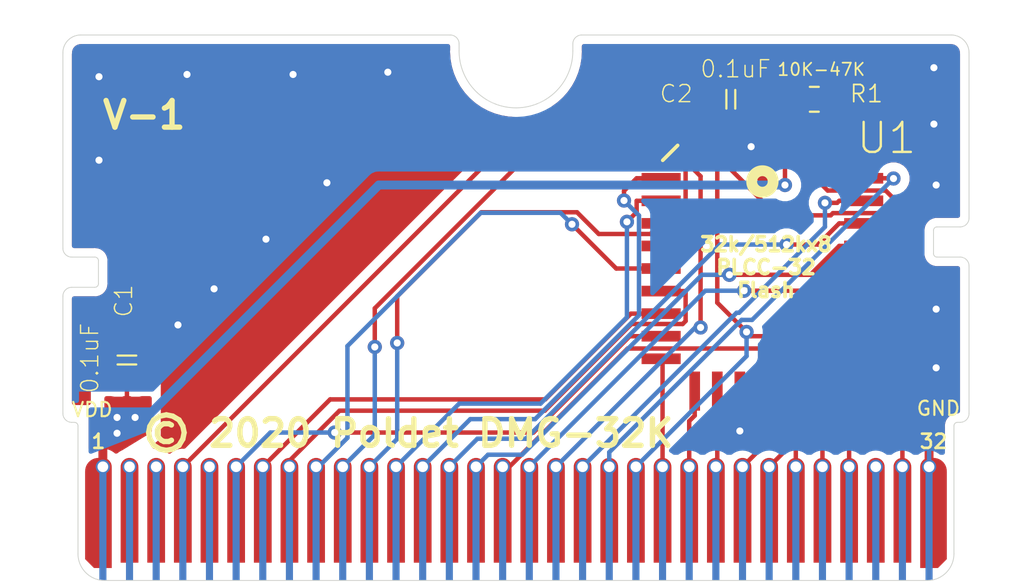
<source format=kicad_pcb>
(kicad_pcb (version 20200518) (host pcbnew "(5.99.0-1734-gfc9c75f9e)")

  (general
    (thickness 1.6)
    (drawings 43)
    (tracks 197)
    (modules 6)
    (nets 33)
  )

  (paper "A4")
  (layers
    (0 "F.Cu" signal)
    (31 "B.Cu" signal)
    (32 "B.Adhes" user)
    (33 "F.Adhes" user)
    (34 "B.Paste" user)
    (35 "F.Paste" user)
    (36 "B.SilkS" user)
    (37 "F.SilkS" user)
    (38 "B.Mask" user)
    (39 "F.Mask" user)
    (40 "Dwgs.User" user)
    (41 "Cmts.User" user)
    (42 "Eco1.User" user)
    (43 "Eco2.User" user)
    (44 "Edge.Cuts" user)
    (45 "Margin" user)
    (46 "B.CrtYd" user)
    (47 "F.CrtYd" user)
    (48 "B.Fab" user)
    (49 "F.Fab" user)
  )

  (setup
    (stackup
      (layer "F.SilkS" (type "Top Silk Screen"))
      (layer "F.Paste" (type "Top Solder Paste"))
      (layer "F.Mask" (type "Top Solder Mask") (color "Green") (thickness 0.01))
      (layer "F.Cu" (type "copper") (thickness 0.035))
      (layer "dielectric 1" (type "core") (thickness 1.51) (material "FR4") (epsilon_r 4.5) (loss_tangent 0.02))
      (layer "B.Cu" (type "copper") (thickness 0.035))
      (layer "B.Mask" (type "Bottom Solder Mask") (color "Green") (thickness 0.01))
      (layer "B.Paste" (type "Bottom Solder Paste"))
      (layer "B.SilkS" (type "Bottom Silk Screen"))
      (layer "F.SilkS" (type "Top Silk Screen"))
      (layer "F.Paste" (type "Top Solder Paste"))
      (layer "F.Mask" (type "Top Solder Mask") (color "Green") (thickness 0.01))
      (layer "F.Cu" (type "copper") (thickness 0.035))
      (layer "dielectric 2" (type "core") (thickness 1.51) (material "FR4") (epsilon_r 4.5) (loss_tangent 0.02))
      (layer "B.Cu" (type "copper") (thickness 0.035))
      (layer "B.Mask" (type "Bottom Solder Mask") (color "Green") (thickness 0.01))
      (layer "B.Paste" (type "Bottom Solder Paste"))
      (layer "B.SilkS" (type "Bottom Silk Screen"))
      (copper_finish "None")
      (dielectric_constraints no)
    )
    (last_trace_width 0.5)
    (user_trace_width 0.5)
    (user_trace_width 0.5)
    (trace_clearance 0.1524)
    (zone_clearance 0.508)
    (zone_45_only no)
    (trace_min 0.25)
    (clearance_min 0)
    (via_min_annulus 0.05)
    (via_min_size 0.8)
    (through_hole_min 0.3)
    (hole_to_hole_min 0.25)
    (via_size 0.8)
    (via_drill 0.4)
    (user_via 1.6 0.8)
    (user_via 1.6 0.8)
    (uvia_size 0.3)
    (uvia_drill 0.1)
    (uvias_allowed no)
    (uvia_min_size 0.3)
    (uvia_min_drill 0.1)
    (max_error 0.005)
    (defaults
      (edge_clearance 0.01)
      (edge_cuts_line_width 0.05)
      (courtyard_line_width 0.05)
      (copper_line_width 0.2)
      (copper_text_dims (size 1.5 1.5) (thickness 0.3))
      (silk_line_width 0.12)
      (silk_text_dims (size 1 1) (thickness 0.15))
      (fab_layers_line_width 0.1)
      (fab_layers_text_dims (size 1 1) (thickness 0.15))
      (other_layers_line_width 0.1)
      (other_layers_text_dims (size 1 1) (thickness 0.15))
      (dimension_units 0)
      (dimension_precision 1)
    )
    (pad_size 7.4 7.4)
    (pad_drill 7.4)
    (pad_to_mask_clearance 0.05)
    (aux_axis_origin 0 0)
    (grid_origin 126.365 74.93)
    (visible_elements FFFFFFFF)
    (pcbplotparams
      (layerselection 0x010f0_ffffffff)
      (usegerberextensions true)
      (usegerberattributes true)
      (usegerberadvancedattributes true)
      (creategerberjobfile false)
      (svguseinch false)
      (svgprecision 6)
      (excludeedgelayer true)
      (linewidth 0.100000)
      (plotframeref false)
      (viasonmask false)
      (mode 1)
      (useauxorigin false)
      (hpglpennumber 1)
      (hpglpenspeed 20)
      (hpglpendiameter 15.000000)
      (psnegative false)
      (psa4output false)
      (plotreference true)
      (plotvalue true)
      (plotinvisibletext false)
      (sketchpadsonfab false)
      (subtractmaskfromsilk false)
      (outputformat 1)
      (mirror false)
      (drillshape 0)
      (scaleselection 1)
      (outputdirectory "gerbers/")
    )
  )

  (net 0 "")
  (net 1 "GND")
  (net 2 "A0")
  (net 3 "A1")
  (net 4 "A2")
  (net 5 "A3")
  (net 6 "D7")
  (net 7 "A4")
  (net 8 "A5")
  (net 9 "A6")
  (net 10 "A7")
  (net 11 "A8")
  (net 12 "A9")
  (net 13 "A10")
  (net 14 "A11")
  (net 15 "*WR")
  (net 16 "*RD")
  (net 17 "A12")
  (net 18 "A13")
  (net 19 "A14")
  (net 20 "A15")
  (net 21 "D0")
  (net 22 "D1")
  (net 23 "D2")
  (net 24 "D3")
  (net 25 "D4")
  (net 26 "D5")
  (net 27 "D6")
  (net 28 "AUDIO_IN")
  (net 29 "*MREQ/CS")
  (net 30 "*RESET/CS2")
  (net 31 "CLK")
  (net 32 "5V")

  (net_class "Default" "This is the default net class."
    (clearance 0.1524)
    (trace_width 0.25)
    (via_dia 0.8)
    (via_drill 0.4)
    (uvia_dia 0.3)
    (uvia_drill 0.1)
    (diff_pair_width 0.25)
    (diff_pair_gap 0.25)
    (add_net "*MREQ/CS")
    (add_net "*RD")
    (add_net "*RESET/CS2")
    (add_net "*WR")
    (add_net "5V")
    (add_net "A0")
    (add_net "A1")
    (add_net "A10")
    (add_net "A11")
    (add_net "A12")
    (add_net "A13")
    (add_net "A14")
    (add_net "A15")
    (add_net "A2")
    (add_net "A3")
    (add_net "A4")
    (add_net "A5")
    (add_net "A6")
    (add_net "A7")
    (add_net "A8")
    (add_net "A9")
    (add_net "AUDIO_IN")
    (add_net "CLK")
    (add_net "D0")
    (add_net "D1")
    (add_net "D2")
    (add_net "D3")
    (add_net "D4")
    (add_net "D5")
    (add_net "D6")
    (add_net "D7")
    (add_net "GND")
  )

  (module "ig32k_mini:C0805K" (layer "F.Cu") (tedit 0) (tstamp aee2f7c8-1a04-4dc4-82a7-c1b27ad8dc8a)
    (at 160.274 69.723 180)
    (descr "<b>Ceramic Chip Capacitor KEMET 0805 Reflow solder</b><p>\nMetric Code Size 2012")
    (fp_text reference "C2" (at 4.064 -0.254) (layer "F.SilkS")
      (effects (font (size 0.9652 0.9652) (thickness 0.077216)) (justify left bottom))
    )
    (fp_text value "0.1uF" (at 1.778 1.143) (layer "F.SilkS")
      (effects (font (size 0.9652 0.9652) (thickness 0.077216)) (justify left bottom))
    )
    (fp_line (start -0.925 -0.6) (end 0.925 -0.6) (layer "F.Fab") (width 0.1016))
    (fp_line (start 0.925 0.6) (end -0.925 0.6) (layer "F.Fab") (width 0.1016))
    (fp_line (start -2 -1) (end 2 -1) (layer "F.CrtYd") (width 0.05))
    (fp_line (start 2 -1) (end 2 1) (layer "F.CrtYd") (width 0.05))
    (fp_line (start 2 1) (end -2 1) (layer "F.CrtYd") (width 0.05))
    (fp_line (start -2 1) (end -2 -1) (layer "F.CrtYd") (width 0.05))
    (fp_poly (pts (xy -1 0.65) (xy -0.5 0.65) (xy -0.5 -0.65) (xy -1 -0.65)) (layer "F.Fab") (width 0))
    (fp_poly (pts (xy 0.5 0.65) (xy 1 0.65) (xy 1 -0.65) (xy 0.5 -0.65)) (layer "F.Fab") (width 0))
    (fp_line (start -0.25 0.525) (end -0.25 -0.525) (layer "F.SilkS") (width 0.127))
    (fp_line (start 0.25 0.525) (end 0.25 -0.525) (layer "F.SilkS") (width 0.127))
    (pad "1" smd rect (at -1 0 180) (size 1.1 1.4) (layers "F.Cu" "F.Paste" "F.Mask")
      (net 32 "5V") (solder_mask_margin 0.0508) (tstamp 64e81216-3683-4eb0-bcae-0c4add5511fc))
    (pad "2" smd rect (at 1 0 180) (size 1.1 1.4) (layers "F.Cu" "F.Paste" "F.Mask")
      (net 1 "GND") (solder_mask_margin 0.0508) (tstamp 7e581b85-6fb1-411b-b612-47d680a89bb4))
  )

  (module "ig32k_mini:C0805K" (layer "F.Cu") (tedit 0) (tstamp a38f57fa-5dee-42a8-9ef7-e4829b45dc7c)
    (at 126.286 84.3978 90)
    (descr "<b>Ceramic Chip Capacitor KEMET 0805 Reflow solder</b><p>\nMetric Code Size 2012")
    (fp_text reference "C1" (at 4.318 0.381 90) (layer "F.SilkS")
      (effects (font (size 0.9652 0.9652) (thickness 0.077216)) (justify right bottom))
    )
    (fp_text value "0.1uF" (at 2.159 -1.524 90) (layer "F.SilkS")
      (effects (font (size 0.9652 0.9652) (thickness 0.077216)) (justify right bottom))
    )
    (fp_line (start 0.25 0.525) (end 0.25 -0.525) (layer "F.SilkS") (width 0.127))
    (fp_line (start -0.25 0.525) (end -0.25 -0.525) (layer "F.SilkS") (width 0.127))
    (fp_poly (pts (xy 0.5 0.65) (xy 1 0.65) (xy 1 -0.65) (xy 0.5 -0.65)) (layer "F.Fab") (width 0))
    (fp_poly (pts (xy -1 0.65) (xy -0.5 0.65) (xy -0.5 -0.65) (xy -1 -0.65)) (layer "F.Fab") (width 0))
    (fp_line (start -2 1) (end -2 -1) (layer "F.CrtYd") (width 0.05))
    (fp_line (start 2 1) (end -2 1) (layer "F.CrtYd") (width 0.05))
    (fp_line (start 2 -1) (end 2 1) (layer "F.CrtYd") (width 0.05))
    (fp_line (start -2 -1) (end 2 -1) (layer "F.CrtYd") (width 0.05))
    (fp_line (start 0.925 0.6) (end -0.925 0.6) (layer "F.Fab") (width 0.1016))
    (fp_line (start -0.925 -0.6) (end 0.925 -0.6) (layer "F.Fab") (width 0.1016))
    (pad "2" smd rect (at 1 0 90) (size 1.1 1.4) (layers "F.Cu" "F.Paste" "F.Mask")
      (net 1 "GND") (solder_mask_margin 0.0508) (tstamp 7e581b85-6fb1-411b-b612-47d680a89bb4))
    (pad "1" smd rect (at -1 0 90) (size 1.1 1.4) (layers "F.Cu" "F.Paste" "F.Mask")
      (net 32 "5V") (solder_mask_margin 0.0508) (tstamp 64e81216-3683-4eb0-bcae-0c4add5511fc))
  )

  (module "ig32k_mini:PLCC32R-NS" (layer "F.Cu") (tedit 5ECE296A) (tstamp 270cb9c4-f2f9-4be0-a4c5-8100526b6263)
    (at 162.052 79.248)
    (fp_text reference "U1" (at 5.207 -6.35) (layer "F.SilkS")
      (effects (font (size 1.6891 1.6891) (thickness 0.135128)) (justify left bottom))
    )
    (fp_text value "AM29F040JNS" (at -7.62 10.16) (layer "F.Fab")
      (effects (font (size 1.6891 1.6891) (thickness 0.135128)) (justify left bottom))
    )
    (fp_poly (pts (xy 1.01 -6.95) (xy 1.54 -6.95) (xy 1.54 -7.53) (xy 1.01 -7.53)) (layer "F.Fab") (width 0))
    (fp_poly (pts (xy 2.28 -6.95) (xy 2.81 -6.95) (xy 2.81 -7.53) (xy 2.28 -7.53)) (layer "F.Fab") (width 0))
    (fp_poly (pts (xy 3.55 -6.95) (xy 4.08 -6.95) (xy 4.08 -7.53) (xy 3.55 -7.53)) (layer "F.Fab") (width 0))
    (fp_poly (pts (xy 5.75 -4.81) (xy 6.33 -4.81) (xy 6.33 -5.34) (xy 5.75 -5.34)) (layer "F.Fab") (width 0))
    (fp_poly (pts (xy 5.75 -3.54) (xy 6.33 -3.54) (xy 6.33 -4.07) (xy 5.75 -4.07)) (layer "F.Fab") (width 0))
    (fp_poly (pts (xy 5.75 -2.27) (xy 6.33 -2.27) (xy 6.33 -2.8) (xy 5.75 -2.8)) (layer "F.Fab") (width 0))
    (fp_poly (pts (xy 5.75 -1) (xy 6.33 -1) (xy 6.33 -1.53) (xy 5.75 -1.53)) (layer "F.Fab") (width 0))
    (fp_poly (pts (xy 5.75 0.27) (xy 6.33 0.27) (xy 6.33 -0.26) (xy 5.75 -0.26)) (layer "F.Fab") (width 0))
    (fp_poly (pts (xy 5.75 1.54) (xy 6.33 1.54) (xy 6.33 1.01) (xy 5.75 1.01)) (layer "F.Fab") (width 0))
    (fp_poly (pts (xy 5.75 2.81) (xy 6.33 2.81) (xy 6.33 2.28) (xy 5.75 2.28)) (layer "F.Fab") (width 0))
    (fp_poly (pts (xy 5.75 4.08) (xy 6.33 4.08) (xy 6.33 3.55) (xy 5.75 3.55)) (layer "F.Fab") (width 0))
    (fp_poly (pts (xy 5.75 5.35) (xy 6.33 5.35) (xy 6.33 4.82) (xy 5.75 4.82)) (layer "F.Fab") (width 0))
    (fp_poly (pts (xy 3.54 7.53) (xy 4.07 7.53) (xy 4.07 6.95) (xy 3.54 6.95)) (layer "F.Fab") (width 0))
    (fp_poly (pts (xy 2.27 7.53) (xy 2.8 7.53) (xy 2.8 6.95) (xy 2.27 6.95)) (layer "F.Fab") (width 0))
    (fp_poly (pts (xy 1 7.53) (xy 1.53 7.53) (xy 1.53 6.95) (xy 1 6.95)) (layer "F.Fab") (width 0))
    (fp_poly (pts (xy -0.27 7.53) (xy 0.26 7.53) (xy 0.26 6.95) (xy -0.27 6.95)) (layer "F.Fab") (width 0))
    (fp_poly (pts (xy -1.54 7.53) (xy -1.01 7.53) (xy -1.01 6.95) (xy -1.54 6.95)) (layer "F.Fab") (width 0))
    (fp_poly (pts (xy -2.81 7.53) (xy -2.28 7.53) (xy -2.28 6.95) (xy -2.81 6.95)) (layer "F.Fab") (width 0))
    (fp_poly (pts (xy -4.08 7.53) (xy -3.55 7.53) (xy -3.55 6.95) (xy -4.08 6.95)) (layer "F.Fab") (width 0))
    (fp_poly (pts (xy -6.33 5.34) (xy -5.75 5.34) (xy -5.75 4.81) (xy -6.33 4.81)) (layer "F.Fab") (width 0))
    (fp_poly (pts (xy -6.33 -4.82) (xy -5.75 -4.82) (xy -5.75 -5.35) (xy -6.33 -5.35)) (layer "F.Fab") (width 0))
    (fp_poly (pts (xy -6.33 4.07) (xy -5.75 4.07) (xy -5.75 3.54) (xy -6.33 3.54)) (layer "F.Fab") (width 0))
    (fp_poly (pts (xy -6.33 2.8) (xy -5.75 2.8) (xy -5.75 2.27) (xy -6.33 2.27)) (layer "F.Fab") (width 0))
    (fp_poly (pts (xy -6.33 1.53) (xy -5.75 1.53) (xy -5.75 1) (xy -6.33 1)) (layer "F.Fab") (width 0))
    (fp_poly (pts (xy -6.33 0.26) (xy -5.75 0.26) (xy -5.75 -0.27) (xy -6.33 -0.27)) (layer "F.Fab") (width 0))
    (fp_poly (pts (xy -6.33 -1.01) (xy -5.75 -1.01) (xy -5.75 -1.54) (xy -6.33 -1.54)) (layer "F.Fab") (width 0))
    (fp_poly (pts (xy -6.33 -2.28) (xy -5.75 -2.28) (xy -5.75 -2.81) (xy -6.33 -2.81)) (layer "F.Fab") (width 0))
    (fp_poly (pts (xy -6.33 -3.55) (xy -5.75 -3.55) (xy -5.75 -4.08) (xy -6.33 -4.08)) (layer "F.Fab") (width 0))
    (fp_poly (pts (xy -4.07 -6.95) (xy -3.54 -6.95) (xy -3.54 -7.53) (xy -4.07 -7.53)) (layer "F.Fab") (width 0))
    (fp_poly (pts (xy -2.8 -6.95) (xy -2.27 -6.95) (xy -2.27 -7.53) (xy -2.8 -7.53)) (layer "F.Fab") (width 0))
    (fp_poly (pts (xy -1.53 -6.95) (xy -1 -6.95) (xy -1 -7.53) (xy -1.53 -7.53)) (layer "F.Fab") (width 0))
    (fp_poly (pts (xy -0.26 -6.95) (xy 0.27 -6.95) (xy 0.27 -7.53) (xy -0.26 -7.53)) (layer "F.Fab") (width 0))
    (fp_circle (center 0 -4.9) (end 0.3 -4.9) (layer "F.SilkS") (width 0.6096))
    (fp_line (start -5.61 -6.09) (end -5.61 6.93) (layer "F.Fab") (width 0.2032))
    (fp_line (start -4.77 -6.93) (end -5.61 -6.09) (layer "F.SilkS") (width 0.2032))
    (fp_line (start 5.61 -6.93) (end -4.77 -6.93) (layer "F.Fab") (width 0.2032))
    (fp_line (start 5.61 6.93) (end 5.61 -6.93) (layer "F.Fab") (width 0.2032))
    (fp_line (start -5.61 6.93) (end 5.61 6.93) (layer "F.Fab") (width 0.2032))
    (fp_line (start -7.403 8.403) (end -7.403 -8.403) (layer "F.CrtYd") (width 0.2032))
    (fp_line (start 7.403 8.403) (end -7.403 8.403) (layer "F.CrtYd") (width 0.2032))
    (fp_line (start 7.403 -8.403) (end 7.403 8.403) (layer "F.CrtYd") (width 0.2032))
    (fp_line (start -7.403 -8.403) (end 7.403 -8.403) (layer "F.CrtYd") (width 0.2032))
    (pad "32" smd rect (at 1.27 -6.9) (size 0.6 2.2) (layers "F.Cu" "F.Paste" "F.Mask")
      (net 32 "5V") (solder_mask_margin 0.0508) (tstamp bdeb5ed0-a8df-43c8-acf7-3b99b5d8a7b5))
    (pad "31" smd rect (at 2.54 -6.9) (size 0.6 2.2) (layers "F.Cu" "F.Paste" "F.Mask")
      (net 28 "AUDIO_IN") (solder_mask_margin 0.0508) (tstamp 56e8cc3e-d624-4170-a020-8da6c8753a87))
    (pad "30" smd rect (at 3.81 -6.9) (size 0.6 2.2) (layers "F.Cu" "F.Paste" "F.Mask")
      (net 1 "GND") (solder_mask_margin 0.0508) (tstamp 1074a595-022b-46c6-a445-a151bc61c057))
    (pad "29" smd rect (at 5.7 -5.08) (size 2.2 0.6) (layers "F.Cu" "F.Paste" "F.Mask")
      (net 19 "A14") (solder_mask_margin 0.0508) (tstamp 9a45d5fb-2147-49f8-83ee-b6190fc7f851))
    (pad "28" smd rect (at 5.7 -3.81) (size 2.2 0.6) (layers "F.Cu" "F.Paste" "F.Mask")
      (net 18 "A13") (solder_mask_margin 0.0508) (tstamp 01bbf80b-6cf7-4dad-a4ae-b0422d0c9560))
    (pad "27" smd rect (at 5.7 -2.54) (size 2.2 0.6) (layers "F.Cu" "F.Paste" "F.Mask")
      (net 11 "A8") (solder_mask_margin 0.0508) (tstamp c0075eb2-eea2-44a9-a24a-4b9d75afa85f))
    (pad "26" smd rect (at 5.7 -1.27) (size 2.2 0.6) (layers "F.Cu" "F.Paste" "F.Mask")
      (net 12 "A9") (solder_mask_margin 0.0508) (tstamp c6738fdf-1a54-4a6f-8179-070df79419e6))
    (pad "25" smd rect (at 5.7 0) (size 2.2 0.6) (layers "F.Cu" "F.Paste" "F.Mask")
      (net 14 "A11") (solder_mask_margin 0.0508) (tstamp e71cd30c-812e-421e-9a37-65547f399070))
    (pad "24" smd rect (at 5.7 1.27) (size 2.2 0.6) (layers "F.Cu" "F.Paste" "F.Mask")
      (net 16 "*RD") (solder_mask_margin 0.0508) (tstamp c784dcae-5418-44c6-b3d9-860a79b88fb1))
    (pad "23" smd rect (at 5.7 2.54) (size 2.2 0.6) (layers "F.Cu" "F.Paste" "F.Mask")
      (net 13 "A10") (solder_mask_margin 0.0508) (tstamp 1ea8c8ba-d708-4499-8371-c74816d16518))
    (pad "22" smd rect (at 5.7 3.81) (size 2.2 0.6) (layers "F.Cu" "F.Paste" "F.Mask")
      (net 20 "A15") (solder_mask_margin 0.0508) (tstamp 99586525-c655-44ea-83ec-1407b3b8b6d6))
    (pad "21" smd rect (at 5.7 5.08) (size 2.2 0.6) (layers "F.Cu" "F.Paste" "F.Mask")
      (net 6 "D7") (solder_mask_margin 0.0508) (tstamp 1a59fa37-d8bd-44ff-89e7-0d0c3ba3b715))
    (pad "20" smd rect (at 3.81 6.9) (size 0.6 2.2) (layers "F.Cu" "F.Paste" "F.Mask")
      (net 27 "D6") (solder_mask_margin 0.0508) (tstamp fc85b0de-a3c5-4f05-83aa-e3e7a06dd0a3))
    (pad "19" smd rect (at 2.54 6.9) (size 0.6 2.2) (layers "F.Cu" "F.Paste" "F.Mask")
      (net 26 "D5") (solder_mask_margin 0.0508) (tstamp 8d62b58b-0c96-429d-abd9-caabb55bd5f9))
    (pad "18" smd rect (at 1.27 6.9) (size 0.6 2.2) (layers "F.Cu" "F.Paste" "F.Mask")
      (net 25 "D4") (solder_mask_margin 0.0508) (tstamp 6d3a26d2-61e1-401c-89dc-f10bbc89a80a))
    (pad "17" smd rect (at 0 6.9) (size 0.6 2.2) (layers "F.Cu" "F.Paste" "F.Mask")
      (net 24 "D3") (solder_mask_margin 0.0508) (tstamp 4c452186-2f70-453c-9db6-5a4909f0d7c8))
    (pad "16" smd rect (at -1.27 6.9) (size 0.6 2.2) (layers "F.Cu" "F.Paste" "F.Mask")
      (net 1 "GND") (solder_mask_margin 0.0508) (tstamp 9d558d7e-eb66-4e5e-b897-cc77366493f9))
    (pad "15" smd rect (at -2.54 6.9) (size 0.6 2.2) (layers "F.Cu" "F.Paste" "F.Mask")
      (net 23 "D2") (solder_mask_margin 0.0508) (tstamp d9b1d1da-f813-48fd-959b-997ce5289908))
    (pad "14" smd rect (at -3.81 6.9) (size 0.6 2.2) (layers "F.Cu" "F.Paste" "F.Mask")
      (net 22 "D1") (solder_mask_margin 0.0508) (tstamp d09f700c-69aa-4273-a502-d5a3765f1ce1))
    (pad "13" smd rect (at -5.7 5.08) (size 2.2 0.6) (layers "F.Cu" "F.Paste" "F.Mask")
      (net 21 "D0") (solder_mask_margin 0.0508) (tstamp 961546b7-b83b-4a08-a31f-1280de7523be))
    (pad "5" smd rect (at -5.7 -5.08) (size 2.2 0.6) (layers "F.Cu" "F.Paste" "F.Mask")
      (net 10 "A7") (solder_mask_margin 0.0508) (tstamp 365ea67a-8484-4db7-90ba-c2830a71261c))
    (pad "12" smd rect (at -5.7 3.81) (size 2.2 0.6) (layers "F.Cu" "F.Paste" "F.Mask")
      (net 2 "A0") (solder_mask_margin 0.0508) (tstamp 9bb3c833-78a0-47fe-ab45-517d59a4d1bf))
    (pad "11" smd rect (at -5.7 2.54) (size 2.2 0.6) (layers "F.Cu" "F.Paste" "F.Mask")
      (net 3 "A1") (solder_mask_margin 0.0508) (tstamp 7609d7b7-0ccd-43c2-aff5-c57c5295f324))
    (pad "10" smd rect (at -5.7 1.27) (size 2.2 0.6) (layers "F.Cu" "F.Paste" "F.Mask")
      (net 4 "A2") (solder_mask_margin 0.0508) (tstamp 0ddf6dbf-1495-4d01-a748-61067ffe92b7))
    (pad "9" smd rect (at -5.7 0) (size 2.2 0.6) (layers "F.Cu" "F.Paste" "F.Mask")
      (net 5 "A3") (solder_mask_margin 0.0508) (tstamp 81ce0bd3-64c0-4155-9460-46d0ef4ffe1d))
    (pad "8" smd rect (at -5.7 -1.27) (size 2.2 0.6) (layers "F.Cu" "F.Paste" "F.Mask")
      (net 7 "A4") (solder_mask_margin 0.0508) (tstamp 657d6b5f-da3b-4c10-9375-35440bdc78ad))
    (pad "7" smd rect (at -5.7 -2.54) (size 2.2 0.6) (layers "F.Cu" "F.Paste" "F.Mask")
      (net 8 "A5") (solder_mask_margin 0.0508) (tstamp c53f48d0-5b49-438e-a074-42380cb55d46))
    (pad "6" smd rect (at -5.7 -3.81) (size 2.2 0.6) (layers "F.Cu" "F.Paste" "F.Mask")
      (net 9 "A6") (solder_mask_margin 0.0508) (tstamp 7841e08a-6518-4985-99ae-e3631294a760))
    (pad "4" smd rect (at -3.81 -6.9) (size 0.6 2.2) (layers "F.Cu" "F.Paste" "F.Mask")
      (net 17 "A12") (solder_mask_margin 0.0508) (tstamp f9501ef7-3aa5-4ad6-8969-5ec70f0aee96))
    (pad "3" smd rect (at -2.54 -6.9) (size 0.6 2.2) (layers "F.Cu" "F.Paste" "F.Mask")
      (net 20 "A15") (solder_mask_margin 0.0508) (tstamp 6760e16c-8326-4924-8388-bc80bf273450))
    (pad "2" smd rect (at -1.27 -6.9) (size 0.6 2.2) (layers "F.Cu" "F.Paste" "F.Mask")
      (net 1 "GND") (solder_mask_margin 0.0508) (tstamp 7d83da70-3ff3-48d5-9bb6-17ff09e33d8f))
    (pad "1" smd rect (at 0 -6.9) (size 0.6 2.2) (layers "F.Cu" "F.Paste" "F.Mask")
      (net 1 "GND") (solder_mask_margin 0.0508) (tstamp 1df3dbca-8688-46c2-a884-f0ac36b82742))
  )

  (module "" (layer "F.Cu") (tedit 5EDE9D06) (tstamp 31f6dc86-01ad-4588-8274-37cf84981d81)
    (at 148.243 81.1188)
    (fp_text reference "@HOLE0" (at 0 0) (layer "F.SilkS") hide
      (effects (font (size 1.27 1.27) (thickness 0.15)))
    )
    (fp_text value "Hole" (at 0 0) (layer "F.SilkS") hide
      (effects (font (size 1.27 1.27) (thickness 0.15)))
    )
    (pad "" np_thru_hole circle (at 0 0) (size 7.4 7.4) (drill 7.4) (layers *.Cu *.Mask) (tstamp c0bef1f6-2686-4c80-93dd-8993ba9114cd))
  )

  (module "ig32k_mini:R0805_2" (layer "F.Cu") (tedit 5ECD4763) (tstamp f7a1933b-0ef6-492f-b400-2b39cded237e)
    (at 164.973 69.723 180)
    (fp_text reference "R1" (at -3.937 -0.254) (layer "F.SilkS")
      (effects (font (size 0.9652 0.9652) (thickness 0.09652)) (justify right bottom))
    )
    (fp_text value "10K-47K" (at -2.921 1.27) (layer "F.SilkS")
      (effects (font (size 0.7 0.7) (thickness 0.09652)) (justify right bottom))
    )
    (fp_line (start -1.973 -0.983) (end 1.973 -0.983) (layer "F.CrtYd") (width 0.0508))
    (fp_line (start 1.973 -0.983) (end 1.973 0.983) (layer "F.CrtYd") (width 0.0508))
    (fp_line (start 1.973 0.983) (end -1.973 0.983) (layer "F.CrtYd") (width 0.0508))
    (fp_line (start -1.973 0.983) (end -1.973 -0.983) (layer "F.CrtYd") (width 0.0508))
    (fp_line (start -0.25 -0.7) (end 0.25 -0.7) (layer "F.SilkS") (width 0.127))
    (fp_line (start -0.25 0.7) (end 0.25 0.7) (layer "F.SilkS") (width 0.127))
    (pad "1" smd rect (at -1 0 180) (size 1.1 1.4) (layers "F.Cu" "F.Paste" "F.Mask")
      (net 32 "5V") (solder_mask_margin 0.0508) (tstamp d73f0624-1861-4e97-8e4c-750695483a16))
    (pad "2" smd rect (at 1 0 180) (size 1.1 1.4) (layers "F.Cu" "F.Paste" "F.Mask")
      (net 28 "AUDIO_IN") (solder_mask_margin 0.0508) (tstamp fa17899c-53b2-46bd-a7e7-760f665b649e))
  )

  (module "Connector_GameBoy:GameBoy_GamePak_AGB-002_P1.50mm_Edge" (layer "F.Cu") (tedit 5EDE91F1) (tstamp 00000000-0000-0000-0000-00005edd628e)
    (at 148.182 96.805)
    (descr "Game Boy Game Pak (AGB) edge connector")
    (tags "game boy game pak agb ags gba advance edge connector")
    (path "/00000000-0000-0000-0000-00005edd413b")
    (fp_text reference "J1" (at -22.075 -7.9) (layer "F.Fab") hide
      (effects (font (size 1 1) (thickness 0.15)) (justify left))
    )
    (fp_text value "GameBoy_GamePak_AGB-002" (at 0 1.5) (layer "F.Fab") hide
      (effects (font (size 1 1) (thickness 0.15)))
    )
    (fp_arc (start 25 -9.4) (end 25 -8.9) (angle -90) (layer "F.Fab") (width 0.05))
    (fp_arc (start -25 -9.4) (end -25.5 -9.4) (angle -90) (layer "F.Fab") (width 0.05))
    (fp_arc (start 24.85 -8.7) (end 24.85 -8.9) (angle -90) (layer "F.Fab") (width 0.05))
    (fp_arc (start -24.85 -8.7) (end -24.65 -8.7) (angle -90) (layer "F.Fab") (width 0.05))
    (fp_text user "32" (at 23.5 -7.825) (layer "F.SilkS")
      (effects (font (size 0.8 0.8) (thickness 0.15)))
    )
    (fp_arc (start 23.15 -1.5) (end 23.15 0) (angle -90) (layer "F.Fab") (width 0.05))
    (fp_arc (start -23.15 -1.5) (end -24.65 -1.5) (angle -90) (layer "F.Fab") (width 0.05))
    (fp_text user "1" (at -23.5 -7.825) (layer "F.SilkS")
      (effects (font (size 0.8 0.8) (thickness 0.15)))
    )
    (fp_poly (pts (xy 22.65 0.25) (xy 22.35 0.25) (xy 22.35 -5.7) (xy 22.65 -5.7)) (layer "B.Mask") (width 0))
    (fp_poly (pts (xy 21.15 0.25) (xy 20.85 0.25) (xy 20.85 -5.7) (xy 21.15 -5.7)) (layer "B.Mask") (width 0))
    (fp_poly (pts (xy 19.65 0.25) (xy 19.35 0.25) (xy 19.35 -5.7) (xy 19.65 -5.7)) (layer "B.Mask") (width 0))
    (fp_poly (pts (xy 18.15 0.25) (xy 17.85 0.25) (xy 17.85 -5.7) (xy 18.15 -5.7)) (layer "B.Mask") (width 0))
    (fp_poly (pts (xy 16.65 0.25) (xy 16.35 0.25) (xy 16.35 -5.7) (xy 16.65 -5.7)) (layer "B.Mask") (width 0))
    (fp_poly (pts (xy 15.15 0.25) (xy 14.85 0.25) (xy 14.85 -5.7) (xy 15.15 -5.7)) (layer "B.Mask") (width 0))
    (fp_poly (pts (xy 13.65 0.25) (xy 13.35 0.25) (xy 13.35 -5.7) (xy 13.65 -5.7)) (layer "B.Mask") (width 0))
    (fp_poly (pts (xy 12.15 0.25) (xy 11.85 0.25) (xy 11.85 -5.7) (xy 12.15 -5.7)) (layer "B.Mask") (width 0))
    (fp_poly (pts (xy 10.65 0.25) (xy 10.35 0.25) (xy 10.35 -5.7) (xy 10.65 -5.7)) (layer "B.Mask") (width 0))
    (fp_poly (pts (xy 9.15 0.25) (xy 8.85 0.25) (xy 8.85 -5.7) (xy 9.15 -5.7)) (layer "B.Mask") (width 0))
    (fp_poly (pts (xy 7.65 0.25) (xy 7.35 0.25) (xy 7.35 -5.7) (xy 7.65 -5.7)) (layer "B.Mask") (width 0))
    (fp_poly (pts (xy 6.15 0.25) (xy 5.85 0.25) (xy 5.85 -5.7) (xy 6.15 -5.7)) (layer "B.Mask") (width 0))
    (fp_poly (pts (xy 4.65 0.25) (xy 4.35 0.25) (xy 4.35 -5.7) (xy 4.65 -5.7)) (layer "B.Mask") (width 0))
    (fp_poly (pts (xy 3.15 0.25) (xy 2.85 0.25) (xy 2.85 -5.7) (xy 3.15 -5.7)) (layer "B.Mask") (width 0))
    (fp_poly (pts (xy 1.65 0.25) (xy 1.35 0.25) (xy 1.35 -5.7) (xy 1.65 -5.7)) (layer "B.Mask") (width 0))
    (fp_poly (pts (xy 0.15 0.25) (xy -0.15 0.25) (xy -0.15 -5.7) (xy 0.15 -5.7)) (layer "B.Mask") (width 0))
    (fp_poly (pts (xy -1.35 0.25) (xy -1.65 0.25) (xy -1.65 -5.7) (xy -1.35 -5.7)) (layer "B.Mask") (width 0))
    (fp_poly (pts (xy -2.85 0.25) (xy -3.15 0.25) (xy -3.15 -5.7) (xy -2.85 -5.7)) (layer "B.Mask") (width 0))
    (fp_poly (pts (xy -4.35 0.25) (xy -4.65 0.25) (xy -4.65 -5.7) (xy -4.35 -5.7)) (layer "B.Mask") (width 0))
    (fp_poly (pts (xy -5.85 0.25) (xy -6.15 0.25) (xy -6.15 -5.7) (xy -5.85 -5.7)) (layer "B.Mask") (width 0))
    (fp_poly (pts (xy -7.35 0.25) (xy -7.65 0.25) (xy -7.65 -5.7) (xy -7.35 -5.7)) (layer "B.Mask") (width 0))
    (fp_poly (pts (xy -8.85 0.25) (xy -9.15 0.25) (xy -9.15 -5.7) (xy -8.85 -5.7)) (layer "B.Mask") (width 0))
    (fp_poly (pts (xy -10.35 0.25) (xy -10.65 0.25) (xy -10.65 -5.7) (xy -10.35 -5.7)) (layer "B.Mask") (width 0))
    (fp_poly (pts (xy -11.85 0.25) (xy -12.15 0.25) (xy -12.15 -5.7) (xy -11.85 -5.7)) (layer "B.Mask") (width 0))
    (fp_poly (pts (xy -13.35 0.25) (xy -13.65 0.25) (xy -13.65 -5.7) (xy -13.35 -5.7)) (layer "B.Mask") (width 0))
    (fp_poly (pts (xy -14.85 0.25) (xy -15.15 0.25) (xy -15.15 -5.7) (xy -14.85 -5.7)) (layer "B.Mask") (width 0))
    (fp_poly (pts (xy -16.35 0.25) (xy -16.65 0.25) (xy -16.65 -5.7) (xy -16.35 -5.7)) (layer "B.Mask") (width 0))
    (fp_poly (pts (xy -17.85 0.25) (xy -18.15 0.25) (xy -18.15 -5.7) (xy -17.85 -5.7)) (layer "B.Mask") (width 0))
    (fp_poly (pts (xy -19.35 0.25) (xy -19.65 0.25) (xy -19.65 -5.7) (xy -19.35 -5.7)) (layer "B.Mask") (width 0))
    (fp_poly (pts (xy -20.85 0.25) (xy -21.15 0.25) (xy -21.15 -5.7) (xy -20.85 -5.7)) (layer "B.Mask") (width 0))
    (fp_poly (pts (xy 24.9 0.25) (xy -24.9 0.25) (xy -24.9 -5.7) (xy 24.9 -5.7)) (layer "F.Mask") (width 0))
    (fp_poly (pts (xy -23.05 0) (xy -23.45 0) (xy -23.45 -6.1) (xy -23.05 -6.1)) (layer "B.Cu") (width 0))
    (fp_poly (pts (xy 23.45 0) (xy 23.05 0) (xy 23.05 -6.1) (xy 23.45 -6.1)) (layer "B.Cu") (width 0))
    (fp_poly (pts (xy 21.95 0) (xy 21.55 0) (xy 21.55 -6.1) (xy 21.95 -6.1)) (layer "B.Cu") (width 0))
    (fp_poly (pts (xy 20.45 0) (xy 20.05 0) (xy 20.05 -6.1) (xy 20.45 -6.1)) (layer "B.Cu") (width 0))
    (fp_poly (pts (xy 18.95 0) (xy 18.55 0) (xy 18.55 -6.1) (xy 18.95 -6.1)) (layer "B.Cu") (width 0))
    (fp_poly (pts (xy 17.45 0) (xy 17.05 0) (xy 17.05 -6.1) (xy 17.45 -6.1)) (layer "B.Cu") (width 0))
    (fp_poly (pts (xy 15.95 0) (xy 15.55 0) (xy 15.55 -6.1) (xy 15.95 -6.1)) (layer "B.Cu") (width 0))
    (fp_poly (pts (xy 14.45 0) (xy 14.05 0) (xy 14.05 -6.1) (xy 14.45 -6.1)) (layer "B.Cu") (width 0))
    (fp_poly (pts (xy 12.95 0) (xy 12.55 0) (xy 12.55 -6.1) (xy 12.95 -6.1)) (layer "B.Cu") (width 0))
    (fp_poly (pts (xy 11.45 0) (xy 11.05 0) (xy 11.05 -6.1) (xy 11.45 -6.1)) (layer "B.Cu") (width 0))
    (fp_poly (pts (xy 9.95 0) (xy 9.55 0) (xy 9.55 -6.1) (xy 9.95 -6.1)) (layer "B.Cu") (width 0))
    (fp_poly (pts (xy 8.45 0) (xy 8.05 0) (xy 8.05 -6.1) (xy 8.45 -6.1)) (layer "B.Cu") (width 0))
    (fp_poly (pts (xy 6.95 0) (xy 6.55 0) (xy 6.55 -6.1) (xy 6.95 -6.1)) (layer "B.Cu") (width 0))
    (fp_poly (pts (xy 5.45 0) (xy 5.05 0) (xy 5.05 -6.1) (xy 5.45 -6.1)) (layer "B.Cu") (width 0))
    (fp_poly (pts (xy 3.95 0) (xy 3.55 0) (xy 3.55 -6.1) (xy 3.95 -6.1)) (layer "B.Cu") (width 0))
    (fp_poly (pts (xy 2.45 0) (xy 2.05 0) (xy 2.05 -6.1) (xy 2.45 -6.1)) (layer "B.Cu") (width 0))
    (fp_poly (pts (xy 0.95 0) (xy 0.55 0) (xy 0.55 -6.1) (xy 0.95 -6.1)) (layer "B.Cu") (width 0))
    (fp_poly (pts (xy -0.55 0) (xy -0.95 0) (xy -0.95 -6.1) (xy -0.55 -6.1)) (layer "B.Cu") (width 0))
    (fp_poly (pts (xy -2.05 0) (xy -2.45 0) (xy -2.45 -6.1) (xy -2.05 -6.1)) (layer "B.Cu") (width 0))
    (fp_poly (pts (xy -3.55 0) (xy -3.95 0) (xy -3.95 -6.1) (xy -3.55 -6.1)) (layer "B.Cu") (width 0))
    (fp_poly (pts (xy -5.05 0) (xy -5.45 0) (xy -5.45 -6.1) (xy -5.05 -6.1)) (layer "B.Cu") (width 0))
    (fp_poly (pts (xy -6.55 0) (xy -6.95 0) (xy -6.95 -6.1) (xy -6.55 -6.1)) (layer "B.Cu") (width 0))
    (fp_poly (pts (xy -8.05 0) (xy -8.45 0) (xy -8.45 -6.1) (xy -8.05 -6.1)) (layer "B.Cu") (width 0))
    (fp_poly (pts (xy -9.55 0) (xy -9.95 0) (xy -9.95 -6.1) (xy -9.55 -6.1)) (layer "B.Cu") (width 0))
    (fp_poly (pts (xy -11.05 0) (xy -11.45 0) (xy -11.45 -6.1) (xy -11.05 -6.1)) (layer "B.Cu") (width 0))
    (fp_poly (pts (xy -12.55 0) (xy -12.95 0) (xy -12.95 -6.1) (xy -12.55 -6.1)) (layer "B.Cu") (width 0))
    (fp_poly (pts (xy -14.05 0) (xy -14.45 0) (xy -14.45 -6.1) (xy -14.05 -6.1)) (layer "B.Cu") (width 0))
    (fp_poly (pts (xy -15.55 0) (xy -15.95 0) (xy -15.95 -6.1) (xy -15.55 -6.1)) (layer "B.Cu") (width 0))
    (fp_poly (pts (xy -17.05 0) (xy -17.45 0) (xy -17.45 -6.1) (xy -17.05 -6.1)) (layer "B.Cu") (width 0))
    (fp_poly (pts (xy -18.55 0) (xy -18.95 0) (xy -18.95 -6.1) (xy -18.55 -6.1)) (layer "B.Cu") (width 0))
    (fp_poly (pts (xy -20.05 0) (xy -20.45 0) (xy -20.45 -6.1) (xy -20.05 -6.1)) (layer "B.Cu") (width 0))
    (fp_poly (pts (xy -21.55 0) (xy -21.95 0) (xy -21.95 -6.1) (xy -21.55 -6.1)) (layer "B.Cu") (width 0))
    (fp_poly (pts (xy -22.35 0.25) (xy -22.65 0.25) (xy -22.65 -5.7) (xy -22.35 -5.7)) (layer "B.Mask") (width 0))
    (fp_poly (pts (xy 22.75 -5.7) (xy 24.25 -5.7) (xy 24.25 -1.2) (xy 23.75 -0.7)
      (xy 22.75 -0.7)) (layer "F.Mask") (width 0))
    (fp_poly (pts (xy 21.25 -5.7) (xy 22.25 -5.7) (xy 22.25 -1) (xy 21.25 -1)) (layer "F.Mask") (width 0))
    (fp_poly (pts (xy 19.75 -5.7) (xy 20.75 -5.7) (xy 20.75 -1) (xy 19.75 -1)) (layer "F.Mask") (width 0))
    (fp_poly (pts (xy 18.25 -5.7) (xy 19.25 -5.7) (xy 19.25 -1) (xy 18.25 -1)) (layer "F.Mask") (width 0))
    (fp_poly (pts (xy 16.75 -5.7) (xy 17.75 -5.7) (xy 17.75 -1) (xy 16.75 -1)) (layer "F.Mask") (width 0))
    (fp_poly (pts (xy 15.25 -5.7) (xy 16.25 -5.7) (xy 16.25 -1) (xy 15.25 -1)) (layer "F.Mask") (width 0))
    (fp_poly (pts (xy 13.75 -5.7) (xy 14.75 -5.7) (xy 14.75 -1) (xy 13.75 -1)) (layer "F.Mask") (width 0))
    (fp_poly (pts (xy 12.25 -5.7) (xy 13.25 -5.7) (xy 13.25 -1) (xy 12.25 -1)) (layer "F.Mask") (width 0))
    (fp_poly (pts (xy 10.75 -5.7) (xy 11.75 -5.7) (xy 11.75 -1) (xy 10.75 -1)) (layer "F.Mask") (width 0))
    (fp_poly (pts (xy 9.25 -5.7) (xy 10.25 -5.7) (xy 10.25 -1) (xy 9.25 -1)) (layer "F.Mask") (width 0))
    (fp_poly (pts (xy 7.75 -5.7) (xy 8.75 -5.7) (xy 8.75 -1) (xy 7.75 -1)) (layer "F.Mask") (width 0))
    (fp_poly (pts (xy 6.25 -5.7) (xy 7.25 -5.7) (xy 7.25 -1) (xy 6.25 -1)) (layer "F.Mask") (width 0))
    (fp_poly (pts (xy 4.75 -5.7) (xy 5.75 -5.7) (xy 5.75 -1) (xy 4.75 -1)) (layer "F.Mask") (width 0))
    (fp_poly (pts (xy 3.25 -5.7) (xy 4.25 -5.7) (xy 4.25 -1) (xy 3.25 -1)) (layer "F.Mask") (width 0))
    (fp_poly (pts (xy 1.75 -5.7) (xy 2.75 -5.7) (xy 2.75 -1) (xy 1.75 -1)) (layer "F.Mask") (width 0))
    (fp_poly (pts (xy 0.25 -5.7) (xy 1.25 -5.7) (xy 1.25 -1) (xy 0.25 -1)) (layer "F.Mask") (width 0))
    (fp_poly (pts (xy -1.25 -5.7) (xy -0.25 -5.7) (xy -0.25 -1) (xy -1.25 -1)) (layer "F.Mask") (width 0))
    (fp_poly (pts (xy -2.75 -5.7) (xy -1.75 -5.7) (xy -1.75 -1) (xy -2.75 -1)) (layer "F.Mask") (width 0))
    (fp_poly (pts (xy -4.25 -5.7) (xy -3.25 -5.7) (xy -3.25 -1) (xy -4.25 -1)) (layer "F.Mask") (width 0))
    (fp_poly (pts (xy -5.75 -5.7) (xy -4.75 -5.7) (xy -4.75 -1) (xy -5.75 -1)) (layer "F.Mask") (width 0))
    (fp_poly (pts (xy -7.25 -5.7) (xy -6.25 -5.7) (xy -6.25 -1) (xy -7.25 -1)) (layer "F.Mask") (width 0))
    (fp_poly (pts (xy -8.75 -5.7) (xy -7.75 -5.7) (xy -7.75 -1) (xy -8.75 -1)) (layer "F.Mask") (width 0))
    (fp_poly (pts (xy -10.25 -5.7) (xy -9.25 -5.7) (xy -9.25 -1) (xy -10.25 -1)) (layer "F.Mask") (width 0))
    (fp_poly (pts (xy -11.75 -5.7) (xy -10.75 -5.7) (xy -10.75 -1) (xy -11.75 -1)) (layer "F.Mask") (width 0))
    (fp_poly (pts (xy -13.25 -5.7) (xy -12.25 -5.7) (xy -12.25 -1) (xy -13.25 -1)) (layer "F.Mask") (width 0))
    (fp_poly (pts (xy -14.75 -5.7) (xy -13.75 -5.7) (xy -13.75 -1) (xy -14.75 -1)) (layer "F.Mask") (width 0))
    (fp_poly (pts (xy -16.25 -5.7) (xy -15.25 -5.7) (xy -15.25 -1) (xy -16.25 -1)) (layer "F.Mask") (width 0))
    (fp_poly (pts (xy -17.75 -5.7) (xy -16.75 -5.7) (xy -16.75 -1) (xy -17.75 -1)) (layer "F.Mask") (width 0))
    (fp_poly (pts (xy -19.25 -5.7) (xy -18.25 -5.7) (xy -18.25 -1) (xy -19.25 -1)) (layer "F.Mask") (width 0))
    (fp_poly (pts (xy -20.75 -5.7) (xy -19.75 -5.7) (xy -19.75 -1) (xy -20.75 -1)) (layer "F.Mask") (width 0))
    (fp_poly (pts (xy -24.25 -5.7) (xy -22.75 -5.7) (xy -22.75 -0.7) (xy -23.75 -0.7)
      (xy -24.25 -1.2)) (layer "F.Mask") (width 0))
    (fp_poly (pts (xy -22.25 -5.7) (xy -21.25 -5.7) (xy -21.25 -1) (xy -22.25 -1)) (layer "F.Mask") (width 0))
    (fp_line (start 24.65 -8.7) (end 24.65 -1.5) (layer "F.Fab") (width 0.05))
    (fp_line (start -24.65 -1.5) (end -24.65 -8.7) (layer "F.Fab") (width 0.05))
    (fp_line (start -23.15 0) (end 23.15 0) (layer "F.Fab") (width 0.05))
    (fp_poly (pts (xy -23.85 0.25) (xy -24.9 0.25) (xy -24.9 -5.7) (xy -23.85 -5.7)) (layer "B.Mask") (width 0))
    (fp_poly (pts (xy 24.9 0.25) (xy 23.85 0.25) (xy 23.85 -5.7) (xy 24.9 -5.7)) (layer "B.Mask") (width 0))
    (fp_line (start -24.85 -8.9) (end -25 -8.9) (layer "F.Fab") (width 0.05))
    (fp_line (start 25 -8.9) (end 24.85 -8.9) (layer "F.Fab") (width 0.05))
    (pad "32" connect custom (at 23.25 -6.4) (size 0.8 0.8) (layers "F.Cu")
      (net 1 "GND") (zone_connect 0)
      (options (clearance outline) (anchor circle))
      (primitives
        (gr_line (start 0 -0.45) (end 0.25 -0.45) (width 0.1))
        (gr_poly (pts
           (xy -0.5 5.7) (xy -0.5 0.25) (xy 1 0.25) (xy 1 5.2) (xy 0.5 5.7)
) (width 0))
        (gr_circle (center 0.25 0.25) (end 0.625 0.25) (width 0.75))
        (gr_circle (center 0 0) (end 0.25 0) (width 0.5))
        (gr_line (start -0.45 0) (end -0.45 0.25) (width 0.1))
      ) (tstamp aad2dbbc-d84c-410a-a3ca-6f6f69f0aa0e))
    (pad "1" connect custom (at -23.25 -6.4) (size 0.8 0.8) (layers "F.Cu")
      (net 32 "5V") (zone_connect 0)
      (options (clearance outline) (anchor circle))
      (primitives
        (gr_line (start -0.25 -0.45) (end 0 -0.45) (width 0.1))
        (gr_circle (center 0 0) (end 0.25 0) (width 0.5))
        (gr_poly (pts
           (xy -1 5.2) (xy -1 0.25) (xy 0.5 0.25) (xy 0.5 5.7) (xy -0.5 5.7)
) (width 0))
        (gr_circle (center -0.25 0.25) (end 0.125 0.25) (width 0.75))
        (gr_line (start 0.45 0) (end 0.45 0.25) (width 0.1))
      ) (tstamp f620a47a-7a25-47fe-8df8-e7917aa050f0))
    (pad "31" thru_hole circle (at 21.75 -6.4) (size 0.8 0.8) (drill 0.6) (layers *.Cu *.Mask)
      (net 28 "AUDIO_IN") (tstamp b6abe2e4-9d11-4c63-b845-53bf85867e27))
    (pad "30" thru_hole circle (at 20.25 -6.4) (size 0.8 0.8) (drill 0.6) (layers *.Cu *.Mask)
      (net 30 "*RESET/CS2") (tstamp 85545f66-ec8b-42c9-adc2-db462106fcb8))
    (pad "29" thru_hole circle (at 18.75 -6.4) (size 0.8 0.8) (drill 0.6) (layers *.Cu *.Mask)
      (net 6 "D7") (tstamp 89b2bd06-5ca3-4791-83d7-2b70fcf3533e))
    (pad "28" thru_hole circle (at 17.25 -6.4) (size 0.8 0.8) (drill 0.6) (layers *.Cu *.Mask)
      (net 27 "D6") (tstamp 8d51d4a8-48fa-4f74-8b81-4ee00507f487))
    (pad "27" thru_hole circle (at 15.75 -6.4) (size 0.8 0.8) (drill 0.6) (layers *.Cu *.Mask)
      (net 26 "D5") (tstamp 33a6baab-7c34-459f-a0d5-0ffbbee3f513))
    (pad "26" thru_hole circle (at 14.25 -6.4) (size 0.8 0.8) (drill 0.6) (layers *.Cu *.Mask)
      (net 25 "D4") (tstamp 6bb43e86-3523-4917-814c-55b5a4f8e8f5))
    (pad "25" thru_hole circle (at 12.75 -6.4) (size 0.8 0.8) (drill 0.6) (layers *.Cu *.Mask)
      (net 24 "D3") (tstamp 331c1cf2-c984-4d70-94ea-e788d28a0b15))
    (pad "24" thru_hole circle (at 11.25 -6.4) (size 0.8 0.8) (drill 0.6) (layers *.Cu *.Mask)
      (net 23 "D2") (tstamp 0be140c1-bf39-4f11-a2bf-e30f53ac3f2d))
    (pad "23" thru_hole circle (at 9.75 -6.4) (size 0.8 0.8) (drill 0.6) (layers *.Cu *.Mask)
      (net 22 "D1") (tstamp 16b540cb-bbc4-49a9-8ce3-0fae68235da0))
    (pad "22" thru_hole circle (at 8.25 -6.4) (size 0.8 0.8) (drill 0.6) (layers *.Cu *.Mask)
      (net 21 "D0") (tstamp 89e59e45-9e24-46f6-84d0-6aab05dad921))
    (pad "21" thru_hole circle (at 6.75 -6.4) (size 0.8 0.8) (drill 0.6) (layers *.Cu *.Mask)
      (net 20 "A15") (tstamp ecc74736-0543-4178-955f-b0de880a9dba))
    (pad "20" thru_hole circle (at 5.25 -6.4) (size 0.8 0.8) (drill 0.6) (layers *.Cu *.Mask)
      (net 19 "A14") (tstamp fb7098b7-9c71-4fed-9a97-9682f8bdf33c))
    (pad "19" thru_hole circle (at 3.75 -6.4) (size 0.8 0.8) (drill 0.6) (layers *.Cu *.Mask)
      (net 18 "A13") (tstamp 367bd7f0-a9a0-4d0e-a3d6-89adea2f9dc6))
    (pad "18" thru_hole circle (at 2.25 -6.4) (size 0.8 0.8) (drill 0.6) (layers *.Cu *.Mask)
      (net 17 "A12") (tstamp 4fdd059b-1f1c-481d-b362-8f7e55f4b7a6))
    (pad "17" thru_hole circle (at 0.75 -6.4) (size 0.8 0.8) (drill 0.6) (layers *.Cu *.Mask)
      (net 14 "A11") (tstamp 7825a9a2-6845-4843-a535-4de7424181ef))
    (pad "16" thru_hole circle (at -0.75 -6.4) (size 0.8 0.8) (drill 0.6) (layers *.Cu *.Mask)
      (net 13 "A10") (tstamp d3c0b4f3-0f6b-4db1-95c1-433443496a31))
    (pad "15" thru_hole circle (at -2.25 -6.4) (size 0.8 0.8) (drill 0.6) (layers *.Cu *.Mask)
      (net 12 "A9") (tstamp e8823ca0-7e0a-4356-ac75-f868ac7cbd92))
    (pad "14" thru_hole circle (at -3.75 -6.4) (size 0.8 0.8) (drill 0.6) (layers *.Cu *.Mask)
      (net 11 "A8") (tstamp 44fbc8a0-33fb-4d58-b4c2-ae1d453846be))
    (pad "13" thru_hole circle (at -5.25 -6.4) (size 0.8 0.8) (drill 0.6) (layers *.Cu *.Mask)
      (net 10 "A7") (tstamp 9ea30861-f6ce-4449-933a-0ae2d92eac8f))
    (pad "12" thru_hole circle (at -6.75 -6.4) (size 0.8 0.8) (drill 0.6) (layers *.Cu *.Mask)
      (net 9 "A6") (tstamp ee56b3bb-1104-4907-a2fd-095ed69afec8))
    (pad "11" thru_hole circle (at -8.25 -6.4) (size 0.8 0.8) (drill 0.6) (layers *.Cu *.Mask)
      (net 8 "A5") (tstamp 52d695cc-a4d1-4045-b64e-4c880d483b3b))
    (pad "10" thru_hole circle (at -9.75 -6.4) (size 0.8 0.8) (drill 0.6) (layers *.Cu *.Mask)
      (net 7 "A4") (tstamp 2866ef73-9766-4f15-ab5d-c056be38fdb5))
    (pad "9" thru_hole circle (at -11.25 -6.4) (size 0.8 0.8) (drill 0.6) (layers *.Cu *.Mask)
      (net 5 "A3") (tstamp f4b8ff2f-07b8-4659-98f8-6aff77938ca3))
    (pad "8" thru_hole circle (at -12.75 -6.4) (size 0.8 0.8) (drill 0.6) (layers *.Cu *.Mask)
      (net 4 "A2") (tstamp e502cfc7-170e-4e78-b6d4-2e4525e45c28))
    (pad "7" thru_hole circle (at -14.25 -6.4) (size 0.8 0.8) (drill 0.6) (layers *.Cu *.Mask)
      (net 3 "A1") (tstamp b1dbbc9e-f4f2-45ca-8f58-80cde680b296))
    (pad "6" thru_hole circle (at -15.75 -6.4) (size 0.8 0.8) (drill 0.6) (layers *.Cu *.Mask)
      (net 2 "A0") (tstamp c146782c-3925-43f6-8511-2dbb8661c906))
    (pad "5" thru_hole circle (at -17.25 -6.4) (size 0.8 0.8) (drill 0.6) (layers *.Cu *.Mask)
      (net 29 "*MREQ/CS") (tstamp a254ffcc-b4ac-4dc5-aba7-2cc31dce442a))
    (pad "4" thru_hole circle (at -18.75 -6.4) (size 0.8 0.8) (drill 0.6) (layers *.Cu *.Mask)
      (net 16 "*RD") (tstamp 64483d0c-025a-4b47-99a2-e4fe31236777))
    (pad "3" thru_hole circle (at -20.25 -6.4) (size 0.8 0.8) (drill 0.6) (layers *.Cu *.Mask)
      (net 15 "*WR") (tstamp 8205babb-b9d8-4f0f-b66d-10ae8f6b3999))
    (pad "31" connect custom (at 21.75 -6.4) (size 0.8 0.8) (layers "F.Cu")
      (net 28 "AUDIO_IN") (zone_connect 0)
      (options (clearance outline) (anchor circle))
      (primitives
        (gr_poly (pts
           (xy -0.5 5.4) (xy 0.5 5.4) (xy 0.5 0) (xy -0.5 0)) (width 0))
        (gr_circle (center -0.001247 0) (end 0.25 0) (width 0.5))
      ) (tstamp fdca9579-89b6-4226-b4b3-01775724d1fa))
    (pad "30" connect custom (at 20.25 -6.4) (size 0.8 0.8) (layers "F.Cu")
      (net 30 "*RESET/CS2") (zone_connect 0)
      (options (clearance outline) (anchor circle))
      (primitives
        (gr_poly (pts
           (xy -0.5 5.4) (xy 0.5 5.4) (xy 0.5 0) (xy -0.5 0)) (width 0))
        (gr_circle (center -0.001247 0) (end 0.25 0) (width 0.5))
      ) (tstamp 1e84f6da-dce9-45b5-acc7-6049dfc94a71))
    (pad "29" connect custom (at 18.75 -6.4) (size 0.8 0.8) (layers "F.Cu")
      (net 6 "D7") (zone_connect 0)
      (options (clearance outline) (anchor circle))
      (primitives
        (gr_poly (pts
           (xy -0.5 5.4) (xy 0.5 5.4) (xy 0.5 0) (xy -0.5 0)) (width 0))
        (gr_circle (center -0.001247 0) (end 0.25 0) (width 0.5))
      ) (tstamp 4d59c0da-3e55-4c37-97ae-0990b9c0f785))
    (pad "28" connect custom (at 17.25 -6.4) (size 0.8 0.8) (layers "F.Cu")
      (net 27 "D6") (zone_connect 0)
      (options (clearance outline) (anchor circle))
      (primitives
        (gr_poly (pts
           (xy -0.5 5.4) (xy 0.5 5.4) (xy 0.5 0) (xy -0.5 0)) (width 0))
        (gr_circle (center -0.001247 0) (end 0.25 0) (width 0.5))
      ) (tstamp 0ddd11a0-7913-4461-9072-00099b5fe53c))
    (pad "27" connect custom (at 15.75 -6.4) (size 0.8 0.8) (layers "F.Cu")
      (net 26 "D5") (zone_connect 0)
      (options (clearance outline) (anchor circle))
      (primitives
        (gr_poly (pts
           (xy -0.5 5.4) (xy 0.5 5.4) (xy 0.5 0) (xy -0.5 0)) (width 0))
        (gr_circle (center -0.001247 0) (end 0.25 0) (width 0.5))
      ) (tstamp 071b34c4-1da0-4246-baf3-497e745f78ba))
    (pad "26" connect custom (at 14.25 -6.4) (size 0.8 0.8) (layers "F.Cu")
      (net 25 "D4") (zone_connect 0)
      (options (clearance outline) (anchor circle))
      (primitives
        (gr_poly (pts
           (xy -0.5 5.4) (xy 0.5 5.4) (xy 0.5 0) (xy -0.5 0)) (width 0))
        (gr_circle (center -0.001247 0) (end 0.25 0) (width 0.5))
      ) (tstamp b30afbe3-8eb1-4b94-8111-2f9069a4c6db))
    (pad "25" connect custom (at 12.75 -6.4) (size 0.8 0.8) (layers "F.Cu")
      (net 24 "D3") (zone_connect 0)
      (options (clearance outline) (anchor circle))
      (primitives
        (gr_poly (pts
           (xy -0.5 5.4) (xy 0.5 5.4) (xy 0.5 0) (xy -0.5 0)) (width 0))
        (gr_circle (center -0.001247 0) (end 0.25 0) (width 0.5))
      ) (tstamp 5c993ce3-b72b-4f36-89e5-007cc0862f19))
    (pad "24" connect custom (at 11.25 -6.4) (size 0.8 0.8) (layers "F.Cu")
      (net 23 "D2") (zone_connect 0)
      (options (clearance outline) (anchor circle))
      (primitives
        (gr_poly (pts
           (xy -0.5 5.4) (xy 0.5 5.4) (xy 0.5 0) (xy -0.5 0)) (width 0))
        (gr_circle (center -0.001247 0) (end 0.25 0) (width 0.5))
      ) (tstamp 94379bb5-eb12-411f-9d62-2028f4d308d7))
    (pad "23" connect custom (at 9.75 -6.4) (size 0.8 0.8) (layers "F.Cu")
      (net 22 "D1") (zone_connect 0)
      (options (clearance outline) (anchor circle))
      (primitives
        (gr_poly (pts
           (xy -0.5 5.4) (xy 0.5 5.4) (xy 0.5 0) (xy -0.5 0)) (width 0))
        (gr_circle (center -0.001247 0) (end 0.25 0) (width 0.5))
      ) (tstamp b6a0a21d-2116-4480-a8e9-4af1b6cfc110))
    (pad "22" connect custom (at 8.25 -6.4) (size 0.8 0.8) (layers "F.Cu")
      (net 21 "D0") (zone_connect 0)
      (options (clearance outline) (anchor circle))
      (primitives
        (gr_poly (pts
           (xy -0.5 5.4) (xy 0.5 5.4) (xy 0.5 0) (xy -0.5 0)) (width 0))
        (gr_circle (center -0.001247 0) (end 0.25 0) (width 0.5))
      ) (tstamp 9b5de0ff-c456-4b8f-a026-88c3554ccc40))
    (pad "21" connect custom (at 6.75 -6.4) (size 0.8 0.8) (layers "F.Cu")
      (net 20 "A15") (zone_connect 0)
      (options (clearance outline) (anchor circle))
      (primitives
        (gr_poly (pts
           (xy -0.5 5.4) (xy 0.5 5.4) (xy 0.5 0) (xy -0.5 0)) (width 0))
        (gr_circle (center -0.001247 0) (end 0.25 0) (width 0.5))
      ) (tstamp 94a39290-f253-4ac3-b2ab-958730c2d2ee))
    (pad "20" connect custom (at 5.25 -6.4) (size 0.8 0.8) (layers "F.Cu")
      (net 19 "A14") (zone_connect 0)
      (options (clearance outline) (anchor circle))
      (primitives
        (gr_poly (pts
           (xy -0.5 5.4) (xy 0.5 5.4) (xy 0.5 0) (xy -0.5 0)) (width 0))
        (gr_circle (center -0.001247 0) (end 0.25 0) (width 0.5))
      ) (tstamp 11221ce6-5ee1-4bd9-ac0b-be96d5ac45e9))
    (pad "19" connect custom (at 3.75 -6.4) (size 0.8 0.8) (layers "F.Cu")
      (net 18 "A13") (zone_connect 0)
      (options (clearance outline) (anchor circle))
      (primitives
        (gr_poly (pts
           (xy -0.5 5.4) (xy 0.5 5.4) (xy 0.5 0) (xy -0.5 0)) (width 0))
        (gr_circle (center -0.001247 0) (end 0.25 0) (width 0.5))
      ) (tstamp 72d53284-de5e-4dd5-b711-fd14617274f7))
    (pad "18" connect custom (at 2.25 -6.4) (size 0.8 0.8) (layers "F.Cu")
      (net 17 "A12") (zone_connect 0)
      (options (clearance outline) (anchor circle))
      (primitives
        (gr_poly (pts
           (xy -0.5 5.4) (xy 0.5 5.4) (xy 0.5 0) (xy -0.5 0)) (width 0))
        (gr_circle (center -0.001247 0) (end 0.25 0) (width 0.5))
      ) (tstamp 2c29900e-8dc6-4562-a33e-dcf38f5aeea9))
    (pad "17" connect custom (at 0.75 -6.4) (size 0.8 0.8) (layers "F.Cu")
      (net 14 "A11") (zone_connect 0)
      (options (clearance outline) (anchor circle))
      (primitives
        (gr_poly (pts
           (xy -0.5 5.4) (xy 0.5 5.4) (xy 0.5 0) (xy -0.5 0)) (width 0))
        (gr_circle (center -0.001247 0) (end 0.25 0) (width 0.5))
      ) (tstamp c5b6b7e4-a82c-477e-9b12-e936e640b689))
    (pad "16" connect custom (at -0.75 -6.4) (size 0.8 0.8) (layers "F.Cu")
      (net 13 "A10") (zone_connect 0)
      (options (clearance outline) (anchor circle))
      (primitives
        (gr_poly (pts
           (xy -0.5 5.4) (xy 0.5 5.4) (xy 0.5 0) (xy -0.5 0)) (width 0))
        (gr_circle (center -0.001247 0) (end 0.25 0) (width 0.5))
      ) (tstamp bd0f4e72-adca-4743-9c77-0f07d8b26f66))
    (pad "15" connect custom (at -2.25 -6.4) (size 0.8 0.8) (layers "F.Cu")
      (net 12 "A9") (zone_connect 0)
      (options (clearance outline) (anchor circle))
      (primitives
        (gr_poly (pts
           (xy -0.5 5.4) (xy 0.5 5.4) (xy 0.5 0) (xy -0.5 0)) (width 0))
        (gr_circle (center -0.001247 0) (end 0.25 0) (width 0.5))
      ) (tstamp bba0a3f3-3a41-46f9-8198-211676d943b7))
    (pad "14" connect custom (at -3.75 -6.4) (size 0.8 0.8) (layers "F.Cu")
      (net 11 "A8") (zone_connect 0)
      (options (clearance outline) (anchor circle))
      (primitives
        (gr_poly (pts
           (xy -0.5 5.4) (xy 0.5 5.4) (xy 0.5 0) (xy -0.5 0)) (width 0))
        (gr_circle (center -0.001247 0) (end 0.25 0) (width 0.5))
      ) (tstamp 1b72caf7-5fff-451b-b5e8-be6d5b14ae5d))
    (pad "13" connect custom (at -5.25 -6.4) (size 0.8 0.8) (layers "F.Cu")
      (net 10 "A7") (zone_connect 0)
      (options (clearance outline) (anchor circle))
      (primitives
        (gr_poly (pts
           (xy -0.5 5.4) (xy 0.5 5.4) (xy 0.5 0) (xy -0.5 0)) (width 0))
        (gr_circle (center -0.001247 0) (end 0.25 0) (width 0.5))
      ) (tstamp 06454344-04dd-491d-b6f5-f5af6c80ffdf))
    (pad "12" connect custom (at -6.75 -6.4) (size 0.8 0.8) (layers "F.Cu")
      (net 9 "A6") (zone_connect 0)
      (options (clearance outline) (anchor circle))
      (primitives
        (gr_poly (pts
           (xy -0.5 5.4) (xy 0.5 5.4) (xy 0.5 0) (xy -0.5 0)) (width 0))
        (gr_circle (center -0.001247 0) (end 0.25 0) (width 0.5))
      ) (tstamp 54d3742d-d976-4ddc-b47c-028ce7de4f05))
    (pad "11" connect custom (at -8.25 -6.4) (size 0.8 0.8) (layers "F.Cu")
      (net 8 "A5") (zone_connect 0)
      (options (clearance outline) (anchor circle))
      (primitives
        (gr_poly (pts
           (xy -0.5 5.4) (xy 0.5 5.4) (xy 0.5 0) (xy -0.5 0)) (width 0))
        (gr_circle (center -0.001247 0) (end 0.25 0) (width 0.5))
      ) (tstamp 2137c81e-6569-445b-81b0-fbdf16a8fc21))
    (pad "10" connect custom (at -9.75 -6.4) (size 0.8 0.8) (layers "F.Cu")
      (net 7 "A4") (zone_connect 0)
      (options (clearance outline) (anchor circle))
      (primitives
        (gr_poly (pts
           (xy -0.5 5.4) (xy 0.5 5.4) (xy 0.5 0) (xy -0.5 0)) (width 0))
        (gr_circle (center -0.001247 0) (end 0.25 0) (width 0.5))
      ) (tstamp d939ae51-9233-46b0-85f5-0643d624152f))
    (pad "9" connect custom (at -11.25 -6.4) (size 0.8 0.8) (layers "F.Cu")
      (net 5 "A3") (zone_connect 0)
      (options (clearance outline) (anchor circle))
      (primitives
        (gr_poly (pts
           (xy -0.5 5.4) (xy 0.5 5.4) (xy 0.5 0) (xy -0.5 0)) (width 0))
        (gr_circle (center -0.001247 0) (end 0.25 0) (width 0.5))
      ) (tstamp eb1f61c0-fb9f-4a8b-a5b7-91aa6503e448))
    (pad "8" connect custom (at -12.75 -6.4) (size 0.8 0.8) (layers "F.Cu")
      (net 4 "A2") (zone_connect 0)
      (options (clearance outline) (anchor circle))
      (primitives
        (gr_poly (pts
           (xy -0.5 5.4) (xy 0.5 5.4) (xy 0.5 0) (xy -0.5 0)) (width 0))
        (gr_circle (center -0.001247 0) (end 0.25 0) (width 0.5))
      ) (tstamp 18fb63e9-3b64-4e47-b28c-831dc6168f1d))
    (pad "7" connect custom (at -14.25 -6.4) (size 0.8 0.8) (layers "F.Cu")
      (net 3 "A1") (zone_connect 0)
      (options (clearance outline) (anchor circle))
      (primitives
        (gr_poly (pts
           (xy -0.5 5.4) (xy 0.5 5.4) (xy 0.5 0) (xy -0.5 0)) (width 0))
        (gr_circle (center -0.001247 0) (end 0.25 0) (width 0.5))
      ) (tstamp 559c428b-fbce-4879-a138-6d3b9474ce88))
    (pad "6" connect custom (at -15.75 -6.4) (size 0.8 0.8) (layers "F.Cu")
      (net 2 "A0") (zone_connect 0)
      (options (clearance outline) (anchor circle))
      (primitives
        (gr_poly (pts
           (xy -0.5 5.4) (xy 0.5 5.4) (xy 0.5 0) (xy -0.5 0)) (width 0))
        (gr_circle (center -0.001247 0) (end 0.25 0) (width 0.5))
      ) (tstamp 04950c00-2daa-41ee-90e8-b439b9d46aba))
    (pad "5" connect custom (at -17.25 -6.4) (size 0.8 0.8) (layers "F.Cu")
      (net 29 "*MREQ/CS") (zone_connect 0)
      (options (clearance outline) (anchor circle))
      (primitives
        (gr_poly (pts
           (xy -0.5 5.4) (xy 0.5 5.4) (xy 0.5 0) (xy -0.5 0)) (width 0))
        (gr_circle (center -0.001247 0) (end 0.25 0) (width 0.5))
      ) (tstamp fe268c1d-5fb3-4f17-ac6c-5113a5bcca35))
    (pad "4" connect custom (at -18.75 -6.4) (size 0.8 0.8) (layers "F.Cu")
      (net 16 "*RD") (zone_connect 0)
      (options (clearance outline) (anchor circle))
      (primitives
        (gr_poly (pts
           (xy -0.5 5.4) (xy 0.5 5.4) (xy 0.5 0) (xy -0.5 0)) (width 0))
        (gr_circle (center -0.001247 0) (end 0.25 0) (width 0.5))
      ) (tstamp 3c390b96-68b0-4c7e-a277-2e259c772a1c))
    (pad "3" connect custom (at -20.25 -6.4) (size 0.8 0.8) (layers "F.Cu")
      (net 15 "*WR") (zone_connect 0)
      (options (clearance outline) (anchor circle))
      (primitives
        (gr_poly (pts
           (xy -0.5 5.4) (xy 0.5 5.4) (xy 0.5 0) (xy -0.5 0)) (width 0))
        (gr_circle (center -0.001247 0) (end 0.25 0) (width 0.5))
      ) (tstamp 9ec2170c-a82a-4f55-a612-694eb4433d69))
    (pad "2" connect custom (at -21.75 -6.4) (size 0.8 0.8) (layers "F.Cu")
      (net 31 "CLK") (zone_connect 0)
      (options (clearance outline) (anchor circle))
      (primitives
        (gr_poly (pts
           (xy -0.5 5.4) (xy 0.5 5.4) (xy 0.5 0) (xy -0.5 0)) (width 0))
        (gr_circle (center -0.001247 0) (end 0.25 0) (width 0.5))
      ) (tstamp 906b1643-9825-4402-b68b-458dfbf8e1bd))
    (pad "32" thru_hole circle (at 23.25 -6.4) (size 0.8 0.8) (drill 0.6) (layers *.Cu *.Mask)
      (net 1 "GND") (tstamp 7432caba-0a3e-4600-9e99-0562fba23eca))
    (pad "1" thru_hole circle (at -23.25 -6.4) (size 0.8 0.8) (drill 0.6) (layers *.Cu *.Mask)
      (net 32 "5V") (tstamp 9cd3cbe5-4635-41b4-aecc-e695747449c7))
    (pad "2" thru_hole circle (at -21.75 -6.4) (size 0.8 0.8) (drill 0.6) (layers *.Cu *.Mask)
      (net 31 "CLK") (tstamp d8213922-74ae-4496-90f8-f77095a3e555))
  )

  (gr_text "32k/512kx8\nPLCC-32\nFlash" (at 162.2577 79.1782) (layer "F.SilkS") (tstamp 63c1efca-4248-4d04-8a3c-e915b9cad7df)
    (effects (font (size 0.8 0.8) (thickness 0.2)))
  )
  (gr_text "V-1" (at 127.254 70.612) (layer "F.SilkS") (tstamp b3b3333e-dcba-406a-87b7-b6a7884dc6b4)
    (effects (font (size 1.5 1.5) (thickness 0.3)))
  )
  (gr_text "© 2020 Poldet DMG-32K" (at 142.113 88.519) (layer "F.SilkS") (tstamp 5ceb1b40-f925-4006-a0c7-e56d0fc82109)
    (effects (font (size 1.5 1.5) (thickness 0.3)))
  )
  (gr_text "VDD" (at 124.333 87.1918) (layer "F.SilkS") (tstamp 7573b276-e793-440a-b984-38fa53521d97)
    (effects (font (size 0.8 0.8) (thickness 0.12)))
  )
  (gr_text "GND" (at 171.958 87.122) (layer "F.SilkS") (tstamp 7573b276-e793-440a-b984-38fa53521d97)
    (effects (font (size 0.8 0.8) (thickness 0.12)))
  )
  (gr_arc (start 173.032 88.105) (end 173.032 87.905) (angle -90) (layer "Edge.Cuts") (width 0.05) (tstamp 00000000-0000-0000-0000-00005edc01e0))
  (gr_arc (start 173.182 87.405) (end 173.182 87.905) (angle -90) (layer "Edge.Cuts") (width 0.05) (tstamp 00000000-0000-0000-0000-00005edc01df))
  (gr_line (start 173.182 87.905) (end 173.032 87.905) (layer "Edge.Cuts") (width 0.05) (tstamp 00000000-0000-0000-0000-00005edc01de))
  (gr_arc (start 123.332 88.105) (end 123.532 88.105) (angle -90) (layer "Edge.Cuts") (width 0.05) (tstamp 00000000-0000-0000-0000-00005edc01dd))
  (gr_arc (start 123.182 87.405) (end 122.682 87.405) (angle -90) (layer "Edge.Cuts") (width 0.05) (tstamp 00000000-0000-0000-0000-00005edc01dc))
  (gr_arc (start 151.882 66.605) (end 151.882 66.105) (angle -90) (layer "Edge.Cuts") (width 0.05) (tstamp 00000000-0000-0000-0000-00005edc01db))
  (gr_arc (start 144.482 66.605) (end 144.982 66.605) (angle -90) (layer "Edge.Cuts") (width 0.05) (tstamp 00000000-0000-0000-0000-00005edc01da))
  (gr_arc (start 148.182 67.005) (end 144.982 67.005) (angle -180) (layer "Edge.Cuts") (width 0.05) (tstamp 00000000-0000-0000-0000-00005edc01d9))
  (gr_line (start 123.682 66.105) (end 144.482 66.105) (layer "Edge.Cuts") (width 0.05) (tstamp 00000000-0000-0000-0000-00005edc01d8))
  (gr_line (start 172.682 66.105) (end 151.882 66.105) (layer "Edge.Cuts") (width 0.05) (tstamp 00000000-0000-0000-0000-00005edc01d7))
  (gr_line (start 151.382 66.605) (end 151.382 67.005) (layer "Edge.Cuts") (width 0.05) (tstamp 00000000-0000-0000-0000-00005edc01d6))
  (gr_line (start 144.982 66.605) (end 144.982 67.005) (layer "Edge.Cuts") (width 0.05) (tstamp 00000000-0000-0000-0000-00005edc01d5))
  (gr_line (start 122.682 78.105) (end 122.682 67.105) (layer "Edge.Cuts") (width 0.05) (tstamp 00000000-0000-0000-0000-00005edc01d4))
  (gr_arc (start 124.482 78.805) (end 124.682 78.805) (angle -90) (layer "Edge.Cuts") (width 0.05) (tstamp 00000000-0000-0000-0000-00005edc01d3))
  (gr_line (start 171.682 77.105) (end 171.682 78.405) (layer "Edge.Cuts") (width 0.05) (tstamp 00000000-0000-0000-0000-00005edc01d2))
  (gr_line (start 173.182 78.605) (end 171.882 78.605) (layer "Edge.Cuts") (width 0.05) (tstamp 00000000-0000-0000-0000-00005edc01d1))
  (gr_line (start 173.682 76.405) (end 173.682 67.105) (layer "Edge.Cuts") (width 0.05) (tstamp 00000000-0000-0000-0000-00005edc01d0))
  (gr_line (start 123.532 95.305) (end 123.532 88.105) (layer "Edge.Cuts") (width 0.05) (tstamp 00000000-0000-0000-0000-00005edc01cf))
  (gr_line (start 122.682 87.405) (end 122.682 80.805) (layer "Edge.Cuts") (width 0.05) (tstamp 00000000-0000-0000-0000-00005edc01ce))
  (gr_arc (start 171.882 78.405) (end 171.682 78.405) (angle -90) (layer "Edge.Cuts") (width 0.05) (tstamp 00000000-0000-0000-0000-00005edc01cd))
  (gr_arc (start 172.682 67.105) (end 173.682 67.105) (angle -90) (layer "Edge.Cuts") (width 0.05) (tstamp 00000000-0000-0000-0000-00005edc01cc))
  (gr_line (start 124.682 78.805) (end 124.682 80.105) (layer "Edge.Cuts") (width 0.05) (tstamp 00000000-0000-0000-0000-00005edc01cb))
  (gr_line (start 124.482 80.305) (end 123.182 80.305) (layer "Edge.Cuts") (width 0.05) (tstamp 00000000-0000-0000-0000-00005edc01ca))
  (gr_line (start 171.332 96.805) (end 125.032 96.805) (layer "Edge.Cuts") (width 0.05) (tstamp 00000000-0000-0000-0000-00005edc01c9))
  (gr_arc (start 123.182 80.805) (end 123.182 80.305) (angle -90) (layer "Edge.Cuts") (width 0.05) (tstamp 00000000-0000-0000-0000-00005edc01c8))
  (gr_line (start 172.832 95.305) (end 172.832 88.105) (layer "Edge.Cuts") (width 0.05) (tstamp 00000000-0000-0000-0000-00005edc01c7))
  (gr_line (start 123.332 87.905) (end 123.182 87.905) (layer "Edge.Cuts") (width 0.05) (tstamp 00000000-0000-0000-0000-00005edc01c6))
  (gr_arc (start 123.682 67.105) (end 123.682 66.105) (angle -90) (layer "Edge.Cuts") (width 0.05) (tstamp 00000000-0000-0000-0000-00005edc01c5))
  (gr_arc (start 125.032 95.305) (end 123.532 95.305) (angle -90) (layer "Edge.Cuts") (width 0.05) (tstamp 00000000-0000-0000-0000-00005edc01c4))
  (gr_arc (start 171.332 95.305) (end 171.332 96.805) (angle -90) (layer "Edge.Cuts") (width 0.05) (tstamp 00000000-0000-0000-0000-00005edc01c3))
  (gr_line (start 123.182 78.605) (end 124.482 78.605) (layer "Edge.Cuts") (width 0.05) (tstamp 00000000-0000-0000-0000-00005edc01c2))
  (gr_arc (start 123.182 78.105) (end 122.682 78.105) (angle -90) (layer "Edge.Cuts") (width 0.05) (tstamp 00000000-0000-0000-0000-00005edc01c1))
  (gr_arc (start 171.882 77.105) (end 171.882 76.905) (angle -90) (layer "Edge.Cuts") (width 0.05) (tstamp 00000000-0000-0000-0000-00005edc01c0))
  (gr_arc (start 173.182 76.405) (end 173.182 76.905) (angle -90) (layer "Edge.Cuts") (width 0.05) (tstamp 00000000-0000-0000-0000-00005edc01bf))
  (gr_arc (start 173.182 79.105) (end 173.682 79.105) (angle -90) (layer "Edge.Cuts") (width 0.05) (tstamp 00000000-0000-0000-0000-00005edc01be))
  (gr_arc (start 124.482 80.105) (end 124.482 80.305) (angle -90) (layer "Edge.Cuts") (width 0.05) (tstamp 00000000-0000-0000-0000-00005edc01bd))
  (gr_line (start 173.682 87.405) (end 173.682 79.105) (layer "Edge.Cuts") (width 0.05) (tstamp 00000000-0000-0000-0000-00005edc01bc))
  (gr_line (start 171.882 76.905) (end 173.182 76.905) (layer "Edge.Cuts") (width 0.05) (tstamp 00000000-0000-0000-0000-00005edc01bb))

  (via (at 160.782 88.392) (size 0.8) (drill 0.4) (layers "F.Cu" "B.Cu") (net 1) (tstamp ced6669a-02c2-40f5-a722-7946e318a9e6))
  (segment (start 124.932 90.405) (end 124.932 89.317) (width 0.5) (layer "F.Cu") (net 32) (tstamp 8d99e5f2-ec05-40ea-97b2-e5b6acb5895a))
  (segment (start 124.932 89.317) (end 125.73 88.519) (width 0.5) (layer "F.Cu") (net 32) (tstamp cd084467-ba53-4848-906b-d3a10dd3b892))
  (segment (start 171.432 90.405) (end 171.432 85.235) (width 0.5) (layer "F.Cu") (net 1) (tstamp 99f8bedf-8857-41b8-b0c6-3f3aa714c85b))
  (segment (start 171.432 85.235) (end 171.831 84.836) (width 0.5) (layer "F.Cu") (net 1) (tstamp 9e3b5de5-8005-491c-b963-609927e59205))
  (via (at 161.417 72.39) (size 0.8) (drill 0.4) (layers "F.Cu" "B.Cu") (net 1) (tstamp fb469069-68c6-454c-a93c-4a33c55721b9))
  (segment (start 164.3224 70.7007) (end 164.592 70.9703) (width 0.25) (layer "F.Cu") (net 28) (tstamp 20322416-cd09-4894-a628-a87134b0ffee))
  (segment (start 163.973 70.7007) (end 164.3224 70.7007) (width 0.25) (layer "F.Cu") (net 28) (tstamp ba997937-7090-4d5e-b2bb-2664baf7c428))
  (segment (start 164.592 72.348) (end 164.592 70.9703) (width 0.25) (layer "F.Cu") (net 28) (tstamp 4a11e5f4-d19d-4125-8e27-b29fb72a263f))
  (segment (start 163.973 69.723) (end 163.973 70.7007) (width 0.25) (layer "F.Cu") (net 28) (tstamp 2621e50a-7ef6-471b-ba5a-544321d8916d))
  (segment (start 165.7265 74.8602) (end 164.592 73.7257) (width 0.25) (layer "F.Cu") (net 28) (tstamp 603d488f-71eb-45df-a4a0-9a2ed73bb5c4))
  (segment (start 168.9884 74.8602) (end 165.7265 74.8602) (width 0.25) (layer "F.Cu") (net 28) (tstamp 2d397787-d565-435e-9c88-c416bb3d5362))
  (segment (start 169.932 75.8038) (end 168.9884 74.8602) (width 0.25) (layer "F.Cu") (net 28) (tstamp 18dab396-b536-45e1-922c-dd265c3bebd9))
  (segment (start 169.932 90.405) (end 169.932 75.8038) (width 0.25) (layer "F.Cu") (net 28) (tstamp 893a4ba4-acd5-4ee3-a47b-d90da03fae2a))
  (segment (start 164.592 72.348) (end 164.592 73.7257) (width 0.25) (layer "F.Cu") (net 28) (tstamp 7ed6ad53-47c8-4963-bd84-e81d4cf9807a))
  (segment (start 165.432 87.9557) (end 165.862 87.5257) (width 0.25) (layer "F.Cu") (net 27) (tstamp cd0274dc-fad8-46e6-bebc-dab95aa7efaa))
  (segment (start 165.432 90.405) (end 165.432 87.9557) (width 0.25) (layer "F.Cu") (net 27) (tstamp 0236ccfb-6f93-4f3e-b0f1-c43a96ee63ab))
  (segment (start 165.862 86.148) (end 165.862 87.5257) (width 0.25) (layer "F.Cu") (net 27) (tstamp 445c60fb-14b0-4582-a22b-1b1324a05e2e))
  (segment (start 163.932 88.1857) (end 164.592 87.5257) (width 0.25) (layer "F.Cu") (net 26) (tstamp 08b1866a-5ff3-49f3-8025-d13175a0ee99))
  (segment (start 163.932 90.405) (end 163.932 88.1857) (width 0.25) (layer "F.Cu") (net 26) (tstamp 3530ee0d-814c-4a6e-a897-31837edd69bb))
  (segment (start 164.592 86.148) (end 164.592 87.5257) (width 0.25) (layer "F.Cu") (net 26) (tstamp e3aa31e3-6fed-4ed9-82a7-47b89d955f12))
  (segment (start 163.322 89.515) (end 163.322 86.148) (width 0.25) (layer "F.Cu") (net 25) (tstamp fb8d91fe-fd5d-4929-b0d0-36de50b26589))
  (segment (start 162.432 90.405) (end 163.322 89.515) (width 0.25) (layer "F.Cu") (net 25) (tstamp 2a308da4-09ec-430d-82e0-9e5f63554fa8))
  (segment (start 162.052 89.285) (end 162.052 86.148) (width 0.25) (layer "F.Cu") (net 24) (tstamp 5bfa2e42-80be-445a-89ff-359dd87fe848))
  (segment (start 160.932 90.405) (end 162.052 89.285) (width 0.25) (layer "F.Cu") (net 24) (tstamp 203461fc-2bf8-44ce-aeca-3652280e3cd2))
  (segment (start 159.512 90.325) (end 159.512 86.148) (width 0.25) (layer "F.Cu") (net 23) (tstamp 722f5b63-8802-46b4-b03d-aedd9cc272f7))
  (segment (start 159.432 90.405) (end 159.512 90.325) (width 0.25) (layer "F.Cu") (net 23) (tstamp a06862a1-60ef-4e85-89f0-c2f9dfee960d))
  (segment (start 157.932 87.8357) (end 158.242 87.5257) (width 0.25) (layer "F.Cu") (net 22) (tstamp cdaee447-79db-4720-b32f-2c05fc75ea36))
  (segment (start 157.932 90.405) (end 157.932 87.8357) (width 0.25) (layer "F.Cu") (net 22) (tstamp a78d449d-5286-4bf9-bad3-1c165e5ddf8d))
  (segment (start 158.242 86.148) (end 158.242 87.5257) (width 0.25) (layer "F.Cu") (net 22) (tstamp 75469b93-9a51-4aa1-a14f-5f22d3c696d3))
  (segment (start 156.432 84.408) (end 156.352 84.328) (width 0.25) (layer "F.Cu") (net 21) (tstamp 619cafe0-8ea1-46d9-94ad-d6007720b1eb))
  (segment (start 156.432 90.405) (end 156.432 84.408) (width 0.25) (layer "F.Cu") (net 21) (tstamp 0ebc063f-e23c-4c35-9c10-3cb9d278e81e))
  (via (at 161.1601 82.8183) (size 0.8) (layers "F.Cu" "B.Cu") (net 20) (tstamp 889eef4d-63e3-4de6-9c72-0bcd6aca5526))
  (segment (start 161.1601 84.1769) (end 161.1601 82.8183) (width 0.25) (layer "B.Cu") (net 20) (tstamp 88b571af-80ee-4e10-a44a-1fc59b47c21c))
  (segment (start 154.932 90.405) (end 161.1601 84.1769) (width 0.25) (layer "B.Cu") (net 20) (tstamp 0db894a8-1c98-4e99-b4ff-de88e1b2f96a))
  (segment (start 161.3998 83.058) (end 167.752 83.058) (width 0.25) (layer "F.Cu") (net 20) (tstamp a8673ae2-072d-4bc5-a4a7-dacb6c19d65e))
  (segment (start 161.1601 82.8183) (end 161.3998 83.058) (width 0.25) (layer "F.Cu") (net 20) (tstamp b5e741cf-dbaa-418c-af1a-19348058adb9))
  (segment (start 159.512 81.1702) (end 161.1601 82.8183) (width 0.25) (layer "F.Cu") (net 20) (tstamp 57659e7a-5280-426d-bd07-2243d0de0cb5))
  (segment (start 159.512 72.348) (end 159.512 81.1702) (width 0.25) (layer "F.Cu") (net 20) (tstamp 33d186a8-42b9-4786-bd66-647751cd6d6b))
  (via (at 169.4299 74.1824) (size 0.8) (layers "F.Cu" "B.Cu") (net 19) (tstamp e1a9ed81-4f80-4b0b-9290-42dae4ba7d3e))
  (segment (start 167.752 74.168) (end 169.1297 74.168) (width 0.25) (layer "F.Cu") (net 19) (tstamp 428debb5-9601-4252-82ed-060aa6e44c17))
  (segment (start 169.1441 74.1824) (end 169.4299 74.1824) (width 0.25) (layer "F.Cu") (net 19) (tstamp 19128c9e-e118-4742-8738-05f889fd6e7f))
  (segment (start 169.1297 74.168) (end 169.1441 74.1824) (width 0.25) (layer "F.Cu") (net 19) (tstamp 6b859491-f69b-45d2-8ed1-048bb02bf2ab))
  (segment (start 153.432 89.588) (end 153.432 90.405) (width 0.25) (layer "B.Cu") (net 19) (tstamp 83a4fc55-309f-49af-9edf-e71a1b001810))
  (segment (start 160.8794 82.1406) (end 153.432 89.588) (width 0.25) (layer "B.Cu") (net 19) (tstamp 4e81a6de-3786-4bea-8f2c-45216950752b))
  (segment (start 161.4717 82.1406) (end 160.8794 82.1406) (width 0.25) (layer "B.Cu") (net 19) (tstamp 4784ad9a-e9a4-41ea-9923-a803680e4821))
  (segment (start 169.4299 74.1824) (end 161.4717 82.1406) (width 0.25) (layer "B.Cu") (net 19) (tstamp 55c8facf-0dc2-4c49-9774-1312c9efc07a))
  (via (at 165.5724 75.5518) (size 0.8) (layers "F.Cu" "B.Cu") (net 18) (tstamp 3cb47e1a-656e-4f67-a92b-b913b4e23604))
  (segment (start 166.2605 75.5518) (end 165.5724 75.5518) (width 0.25) (layer "F.Cu") (net 18) (tstamp dbdb86c6-3fb6-46a1-923f-d8ccff768204))
  (segment (start 166.3743 75.438) (end 166.2605 75.5518) (width 0.25) (layer "F.Cu") (net 18) (tstamp 103d0430-b4e1-4091-a406-7eddb056c82a))
  (segment (start 167.752 75.438) (end 166.3743 75.438) (width 0.25) (layer "F.Cu") (net 18) (tstamp 68d08019-2a66-42a7-933f-ad9ee1dd6868))
  (segment (start 160.5991 81.7379) (end 151.932 90.405) (width 0.25) (layer "B.Cu") (net 18) (tstamp 7edf0f5e-c668-40cc-a36e-44beb45fb6bf))
  (segment (start 160.7383 81.7379) (end 160.5991 81.7379) (width 0.25) (layer "B.Cu") (net 18) (tstamp b5863ad8-dd07-49f3-aaae-fffe765d734b))
  (segment (start 165.5724 76.9038) (end 160.7383 81.7379) (width 0.25) (layer "B.Cu") (net 18) (tstamp 4ebbf903-c3cc-41e4-9e1e-c8524636be39))
  (segment (start 165.5724 75.5518) (end 165.5724 76.9038) (width 0.25) (layer "B.Cu") (net 18) (tstamp 0d106f94-e235-49b1-bb3f-5d2401cd5049))
  (via (at 158.5721 82.5671) (size 0.8) (layers "F.Cu" "B.Cu") (net 17) (tstamp b30493a1-8ea2-4c38-994a-e6e274ba6298))
  (segment (start 158.2699 82.5671) (end 158.5721 82.5671) (width 0.25) (layer "B.Cu") (net 17) (tstamp 7c96f445-7338-431b-b5ea-d6482a369c8f))
  (segment (start 150.432 90.405) (end 158.2699 82.5671) (width 0.25) (layer "B.Cu") (net 17) (tstamp e1104969-e298-499a-9f65-577557777b8c))
  (segment (start 158.5721 74.0558) (end 158.242 73.7257) (width 0.25) (layer "F.Cu") (net 17) (tstamp 1962fee2-785f-4e46-8b5a-aeb92d1d6b5c))
  (segment (start 158.5721 82.5671) (end 158.5721 74.0558) (width 0.25) (layer "F.Cu") (net 17) (tstamp a5968a05-ff2c-4206-b199-e1eb2ae48714))
  (segment (start 158.242 72.348) (end 158.242 73.7257) (width 0.25) (layer "F.Cu") (net 17) (tstamp 226300ff-c8d9-4ef5-b68e-8c32b7fbf9d8))
  (segment (start 169.1297 76.2272) (end 169.1297 80.518) (width 0.25) (layer "F.Cu") (net 16) (tstamp 4588142d-30df-437f-9dad-a61e20e790e9))
  (segment (start 169.0327 76.1302) (end 169.1297 76.2272) (width 0.25) (layer "F.Cu") (net 16) (tstamp 1c1984d8-b3a3-4cf3-9825-a825a33368e6))
  (segment (start 166.0209 76.1302) (end 169.0327 76.1302) (width 0.25) (layer "F.Cu") (net 16) (tstamp a8e84c30-7f6a-4684-b2c4-84253dae0141))
  (segment (start 165.8953 76.2558) (end 166.0209 76.1302) (width 0.25) (layer "F.Cu") (net 16) (tstamp 816d0dd5-080e-49d8-b581-02aee6b8407f))
  (segment (start 162.8559 76.2558) (end 165.8953 76.2558) (width 0.25) (layer "F.Cu") (net 16) (tstamp a03216d4-1d6a-40e8-9cb6-c19b4d30990a))
  (segment (start 160.0898 73.4897) (end 162.8559 76.2558) (width 0.25) (layer "F.Cu") (net 16) (tstamp 0d74e744-674f-47fa-a990-b39e06e12ebc))
  (segment (start 160.0898 71.1298) (end 160.0898 73.4897) (width 0.25) (layer "F.Cu") (net 16) (tstamp ec61e538-6a84-4137-a96f-b6a8d5237f4a))
  (segment (start 159.9302 70.9702) (end 160.0898 71.1298) (width 0.25) (layer "F.Cu") (net 16) (tstamp 48921f3a-c905-4096-b0e6-60956f998013))
  (segment (start 148.8668 70.9702) (end 159.9302 70.9702) (width 0.25) (layer "F.Cu") (net 16) (tstamp 3fe91c49-81a5-4f0d-ae9a-fa9d5ccf6e33))
  (segment (start 129.432 90.405) (end 148.8668 70.9702) (width 0.25) (layer "F.Cu") (net 16) (tstamp 47854a56-ef69-402c-bc02-d790225a68f8))
  (segment (start 167.752 80.518) (end 169.1297 80.518) (width 0.25) (layer "F.Cu") (net 16) (tstamp a3ebcfbd-266a-49f6-859f-88e6a69777f2))
  (via (at 161.021 80.4967) (size 0.8) (layers "F.Cu" "B.Cu") (net 14) (tstamp 64400ed1-8722-4484-a0f3-375ec6a66615))
  (segment (start 158.8403 80.4967) (end 161.021 80.4967) (width 0.25) (layer "B.Cu") (net 14) (tstamp cdfbd795-ab3f-4503-a156-2db02118c10c))
  (segment (start 148.932 90.405) (end 158.8403 80.4967) (width 0.25) (layer "B.Cu") (net 14) (tstamp a1def198-551d-4afd-b97e-a8b75c406c10))
  (segment (start 164.979 80.4967) (end 161.021 80.4967) (width 0.25) (layer "F.Cu") (net 14) (tstamp 1d9960a3-7445-47d0-a650-89e47ca1b21a))
  (segment (start 166.2277 79.248) (end 164.979 80.4967) (width 0.25) (layer "F.Cu") (net 14) (tstamp b7508f8a-f8d7-45da-bf7b-f3cbde66e1f1))
  (segment (start 167.752 79.248) (end 166.2277 79.248) (width 0.25) (layer "F.Cu") (net 14) (tstamp da3fb0f0-589c-4584-8213-783cfbb68567))
  (segment (start 169.1297 83.4832) (end 169.1297 81.788) (width 0.25) (layer "F.Cu") (net 13) (tstamp c25e8468-2d65-4e97-b588-c85acc29bb91))
  (segment (start 168.8627 83.7502) (end 169.1297 83.4832) (width 0.25) (layer "F.Cu") (net 13) (tstamp b844fef6-3cda-4964-9665-b16061154127))
  (segment (start 154.4654 83.7502) (end 168.8627 83.7502) (width 0.25) (layer "F.Cu") (net 13) (tstamp 905b43a5-6b04-4fd0-ba03-974cc3d17d09))
  (segment (start 147.8106 90.405) (end 154.4654 83.7502) (width 0.25) (layer "F.Cu") (net 13) (tstamp d8d5c4d7-ccc8-4f6c-9f57-c865d02865b3))
  (segment (start 147.432 90.405) (end 147.8106 90.405) (width 0.25) (layer "F.Cu") (net 13) (tstamp 964c30c6-b316-44a7-a9ac-8ea7ea48da3f))
  (segment (start 167.752 81.788) (end 169.1297 81.788) (width 0.25) (layer "F.Cu") (net 13) (tstamp c1e7b386-6bdf-43e3-8189-15915e40c7d9))
  (via (at 160.1943 79.6014) (size 0.8) (layers "F.Cu" "B.Cu") (net 12) (tstamp d8180182-3fed-4402-8db8-a73f6ef484e5))
  (segment (start 158.6499 79.6014) (end 160.1943 79.6014) (width 0.25) (layer "B.Cu") (net 12) (tstamp 12a6f96d-d49c-4755-b5ff-2a59fe75fa4b))
  (segment (start 148.5241 89.7272) (end 158.6499 79.6014) (width 0.25) (layer "B.Cu") (net 12) (tstamp e1314be7-93f5-410d-9488-72429db071ac))
  (segment (start 146.6098 89.7272) (end 148.5241 89.7272) (width 0.25) (layer "B.Cu") (net 12) (tstamp a330d6f7-26e1-4d5e-b0e8-97e83f6e68c0))
  (segment (start 145.932 90.405) (end 146.6098 89.7272) (width 0.25) (layer "B.Cu") (net 12) (tstamp 039a45d8-aecb-42cb-a57f-e26531b8d7e3))
  (segment (start 164.7509 79.6014) (end 166.3743 77.978) (width 0.25) (layer "F.Cu") (net 12) (tstamp 5b35a8f2-02fd-4f89-9d58-94ce1f52df5b))
  (segment (start 160.1943 79.6014) (end 164.7509 79.6014) (width 0.25) (layer "F.Cu") (net 12) (tstamp dd4712c2-b09b-424f-80b1-8b10234c0878))
  (segment (start 167.752 77.978) (end 166.3743 77.978) (width 0.25) (layer "F.Cu") (net 12) (tstamp 669608ed-0bb4-448b-b3ba-291d67fe2f19))
  (via (at 163.4093 77.8984) (size 0.8) (layers "F.Cu" "B.Cu") (net 11) (tstamp f737ac7d-e659-4b16-8acf-defd429d2d41))
  (segment (start 159.6701 77.8984) (end 163.4093 77.8984) (width 0.25) (layer "B.Cu") (net 11) (tstamp b1aabf4a-0e6e-4816-8796-f7e0fe21829b))
  (segment (start 148.7411 88.8274) (end 159.6701 77.8984) (width 0.25) (layer "B.Cu") (net 11) (tstamp 959d6e93-cc4d-4052-b334-6b3ba8bdbb89))
  (segment (start 146.0096 88.8274) (end 148.7411 88.8274) (width 0.25) (layer "B.Cu") (net 11) (tstamp fe331cad-7467-4042-9da9-24752203f04c))
  (segment (start 144.432 90.405) (end 146.0096 88.8274) (width 0.25) (layer "B.Cu") (net 11) (tstamp 76410d89-6d9e-4cd1-a8c0-7a6b471b4777))
  (segment (start 167.752 76.708) (end 166.3743 76.708) (width 0.25) (layer "F.Cu") (net 11) (tstamp 3f520c3d-0f97-4b74-a7c4-02464472bbf6))
  (segment (start 165.1839 77.8984) (end 166.3743 76.708) (width 0.25) (layer "F.Cu") (net 11) (tstamp 3b383b2b-e29b-4af2-af9f-6c5673aa0606))
  (segment (start 163.4093 77.8984) (end 165.1839 77.8984) (width 0.25) (layer "F.Cu") (net 11) (tstamp 4233b94c-003f-47de-95c8-22ca1b77d32f))
  (via (at 154.2626 75.4216) (size 0.8) (layers "F.Cu" "B.Cu") (net 10) (tstamp e294a980-f24f-42d7-9e80-251b8aaca661))
  (segment (start 156.352 74.168) (end 154.9743 74.168) (width 0.25) (layer "F.Cu") (net 10) (tstamp 65a11e42-fcc9-4133-ab93-856391ffc192))
  (segment (start 154.2626 74.8797) (end 154.2626 75.4216) (width 0.25) (layer "F.Cu") (net 10) (tstamp d64da40c-dc6e-4611-95cf-4cc2be6e6379))
  (segment (start 154.9743 74.168) (end 154.2626 74.8797) (width 0.25) (layer "F.Cu") (net 10) (tstamp 8cfddb04-261f-4f62-901f-34b1991bc8dc))
  (segment (start 155.1048 76.2638) (end 154.2626 75.4216) (width 0.25) (layer "B.Cu") (net 10) (tstamp cfd29cec-4396-40f9-9039-cbf40efae526))
  (segment (start 155.1048 81.8802) (end 155.1048 76.2638) (width 0.25) (layer "B.Cu") (net 10) (tstamp 4e3f0aa8-98fb-4946-8ae1-f4a9bf48c926))
  (segment (start 149.2609 87.7241) (end 155.1048 81.8802) (width 0.25) (layer "B.Cu") (net 10) (tstamp 372ffc80-e840-46ce-88b1-9e3bc00d4eb3))
  (segment (start 145.6129 87.7241) (end 149.2609 87.7241) (width 0.25) (layer "B.Cu") (net 10) (tstamp 635e7a8b-ebbc-44ef-b96a-cf9d33318bcf))
  (segment (start 142.932 90.405) (end 145.6129 87.7241) (width 0.25) (layer "B.Cu") (net 10) (tstamp d5904eb5-c312-427a-a50e-45d309308c2f))
  (via (at 154.4271 76.6196) (size 0.8) (layers "F.Cu" "B.Cu") (net 9) (tstamp f4320583-44f4-4953-b994-32b4f15f9f6b))
  (segment (start 154.4271 81.9882) (end 154.4271 76.6196) (width 0.25) (layer "B.Cu") (net 9) (tstamp 36f7563f-de9f-4cb7-9029-dbc7c0aa3eb4))
  (segment (start 149.5639 86.8514) (end 154.4271 81.9882) (width 0.25) (layer "B.Cu") (net 9) (tstamp 5b6258ad-c2ce-40b7-af7d-228554ff35ea))
  (segment (start 144.9856 86.8514) (end 149.5639 86.8514) (width 0.25) (layer "B.Cu") (net 9) (tstamp 4823e744-f5ea-4fe6-9c37-72e5af5a4b30))
  (segment (start 141.432 90.405) (end 144.9856 86.8514) (width 0.25) (layer "B.Cu") (net 9) (tstamp 492fedf2-7de3-4086-9eba-4a386cdc7b53))
  (segment (start 154.9743 76.0724) (end 154.9743 75.438) (width 0.25) (layer "F.Cu") (net 9) (tstamp 6c422245-f059-441f-a4a5-010ec83a5f0c))
  (segment (start 154.4271 76.6196) (end 154.9743 76.0724) (width 0.25) (layer "F.Cu") (net 9) (tstamp 6b296688-b6ad-4061-a775-efca43b19530))
  (segment (start 156.352 75.438) (end 154.9743 75.438) (width 0.25) (layer "F.Cu") (net 9) (tstamp 6b2233cf-ec30-48ff-87bd-9fd928c9437b))
  (via (at 141.497 83.437) (size 0.8) (layers "F.Cu" "B.Cu") (net 8) (tstamp 61776406-7bda-4324-885f-98261b52cefb))
  (segment (start 141.497 88.84) (end 141.497 83.437) (width 0.25) (layer "B.Cu") (net 8) (tstamp b890dee5-82d6-46a2-91ea-12249e7f3e1a))
  (segment (start 139.932 90.405) (end 141.497 88.84) (width 0.25) (layer "B.Cu") (net 8) (tstamp ac2d4e85-01e9-4211-8ca8-43a873b566f4))
  (segment (start 141.497 80.8146) (end 141.497 83.437) (width 0.25) (layer "F.Cu") (net 8) (tstamp d45341cd-271f-4474-8340-9c60355df9c4))
  (segment (start 146.2309 76.0807) (end 141.497 80.8146) (width 0.25) (layer "F.Cu") (net 8) (tstamp e1acddfc-d799-4441-ad12-fc3a139431af))
  (segment (start 151.6166 76.0807) (end 146.2309 76.0807) (width 0.25) (layer "F.Cu") (net 8) (tstamp 1ff2a6eb-58e5-46cc-bc9d-bd0d0dc35f3b))
  (segment (start 152.8398 77.3039) (end 151.6166 76.0807) (width 0.25) (layer "F.Cu") (net 8) (tstamp 167edd63-1ee6-4ee2-81f2-2063d1368560))
  (segment (start 155.7561 77.3039) (end 152.8398 77.3039) (width 0.25) (layer "F.Cu") (net 8) (tstamp 26d942dc-27ec-4915-8219-0417ccdc2dbb))
  (segment (start 156.352 76.708) (end 155.7561 77.3039) (width 0.25) (layer "F.Cu") (net 8) (tstamp 9953a19d-039a-4a9c-8929-2c709506857a))
  (via (at 140.2356 83.6623) (size 0.8) (layers "F.Cu" "B.Cu") (net 7) (tstamp 42bc6f60-1f5f-47b6-aacf-09ff84d79da5))
  (segment (start 140.2356 88.6014) (end 140.2356 83.6623) (width 0.25) (layer "B.Cu") (net 7) (tstamp c005ec43-1169-4d34-af7f-4ac575ea4737))
  (segment (start 138.432 90.405) (end 140.2356 88.6014) (width 0.25) (layer "B.Cu") (net 7) (tstamp ddd84694-5ad0-4b39-8e99-aeea94224f6b))
  (segment (start 157.7297 73.7058) (end 157.7297 77.978) (width 0.25) (layer "F.Cu") (net 7) (tstamp 60a0e206-c53a-4914-bff4-fad9424cd5a8))
  (segment (start 157.6141 73.5902) (end 157.7297 73.7058) (width 0.25) (layer "F.Cu") (net 7) (tstamp 8082c3a4-5803-47d5-8ec2-83730925070e))
  (segment (start 148.1334 73.5902) (end 157.6141 73.5902) (width 0.25) (layer "F.Cu") (net 7) (tstamp e8fa77e7-62d3-4da1-93ec-18ad813a33d4))
  (segment (start 140.2356 81.488) (end 148.1334 73.5902) (width 0.25) (layer "F.Cu") (net 7) (tstamp b83e0fe4-e85c-4bd7-86bb-bc0a77002d2a))
  (segment (start 140.2356 83.6623) (end 140.2356 81.488) (width 0.25) (layer "F.Cu") (net 7) (tstamp 713b9b4c-75f8-4490-8d34-8e1291eb4a87))
  (segment (start 156.352 77.978) (end 157.7297 77.978) (width 0.25) (layer "F.Cu") (net 7) (tstamp e404f87c-3c52-4b7a-9d24-5f5c14ad978c))
  (segment (start 166.932 85.148) (end 167.752 84.328) (width 0.25) (layer "F.Cu") (net 6) (tstamp b5c89a77-bf6a-471c-920f-0efe876b5307))
  (segment (start 166.932 90.405) (end 166.932 85.148) (width 0.25) (layer "F.Cu") (net 6) (tstamp e1ce6d01-b35f-47b6-a790-80cd6aa4408f))
  (via (at 151.3358 76.7584) (size 0.8) (layers "F.Cu" "B.Cu") (net 5) (tstamp 6d00bdf6-a180-4878-ad01-88d1f5095a59))
  (segment (start 150.6898 76.1124) (end 151.3358 76.7584) (width 0.25) (layer "B.Cu") (net 5) (tstamp 48546e20-674e-45c6-b1f8-753cf140a0f6))
  (segment (start 146.1961 76.1124) (end 150.6898 76.1124) (width 0.25) (layer "B.Cu") (net 5) (tstamp 9d77f6cf-c9b2-4454-b98a-38c1a3000e0a))
  (segment (start 138.6972 83.6113) (end 146.1961 76.1124) (width 0.25) (layer "B.Cu") (net 5) (tstamp 249f7482-dbb7-4e45-8666-c7d555b249df))
  (segment (start 138.6972 88.7762) (end 138.6972 83.6113) (width 0.25) (layer "B.Cu") (net 5) (tstamp 2a1d2f3c-8bd4-44ac-af28-e5a60ad9f5d4))
  (segment (start 137.0684 90.405) (end 138.6972 88.7762) (width 0.25) (layer "B.Cu") (net 5) (tstamp ff4cab50-72d4-4e3f-b8db-14c3d17f8635))
  (segment (start 136.932 90.405) (end 137.0684 90.405) (width 0.25) (layer "B.Cu") (net 5) (tstamp f724e316-5944-486b-bf72-280054f1c20c))
  (segment (start 153.8254 79.248) (end 156.352 79.248) (width 0.25) (layer "F.Cu") (net 5) (tstamp 332c8c83-d4d2-4023-88e6-d21a86fcbfb7))
  (segment (start 151.3358 76.7584) (end 153.8254 79.248) (width 0.25) (layer "F.Cu") (net 5) (tstamp acf31623-c7d8-46a5-a011-732c39a6fc7b))
  (segment (start 157.7297 82.2039) (end 157.7297 80.518) (width 0.25) (layer "F.Cu") (net 4) (tstamp ad52ef46-815f-41e5-aedd-0084f6699ae7))
  (segment (start 157.5632 82.3704) (end 157.7297 82.2039) (width 0.25) (layer "F.Cu") (net 4) (tstamp ef8f1d54-8d83-46ea-8450-daa3c3612143))
  (segment (start 154.681 82.3704) (end 157.5632 82.3704) (width 0.25) (layer "F.Cu") (net 4) (tstamp 093ff654-9af2-4ae1-a8e6-ae4d348959ea))
  (segment (start 149.8024 87.249) (end 154.681 82.3704) (width 0.25) (layer "F.Cu") (net 4) (tstamp de26bca4-58db-4718-8303-60fe55126d56))
  (segment (start 138.2525 87.249) (end 149.8024 87.249) (width 0.25) (layer "F.Cu") (net 4) (tstamp 38fcaf39-c99e-47cb-9307-006b882ecc0e))
  (segment (start 135.432 90.0695) (end 138.2525 87.249) (width 0.25) (layer "F.Cu") (net 4) (tstamp 4f5522d9-69aa-4da2-a642-dc773f665398))
  (segment (start 135.432 90.405) (end 135.432 90.0695) (width 0.25) (layer "F.Cu") (net 4) (tstamp e3f8c2af-9012-41f3-87e9-abcdf475278b))
  (segment (start 156.352 80.518) (end 157.7297 80.518) (width 0.25) (layer "F.Cu") (net 4) (tstamp c0ace167-4480-4b89-9941-36235c66fb67))
  (segment (start 154.6536 81.788) (end 156.352 81.788) (width 0.25) (layer "F.Cu") (net 3) (tstamp e1bbeed2-00ad-4d15-9b98-5577d9da0520))
  (segment (start 149.8277 86.6139) (end 154.6536 81.788) (width 0.25) (layer "F.Cu") (net 3) (tstamp 3a00e001-825f-4631-a80d-54d73e728a05))
  (segment (start 137.7231 86.6139) (end 149.8277 86.6139) (width 0.25) (layer "F.Cu") (net 3) (tstamp 07d466ca-4c5d-4d39-be85-5d4d8c68d67b))
  (segment (start 133.932 90.405) (end 137.7231 86.6139) (width 0.25) (layer "F.Cu") (net 3) (tstamp a028810a-f74b-445e-8c09-3e58cd14efc7))
  (via (at 137.9807 88.4792) (size 0.8) (layers "F.Cu" "B.Cu") (net 2) (tstamp d5f302f0-50d1-4752-9b21-ca0c763f58e3))
  (segment (start 134.3578 88.4792) (end 137.9807 88.4792) (width 0.25) (layer "B.Cu") (net 2) (tstamp a112695b-3b43-4b45-b6df-d09e97d685cc))
  (segment (start 132.432 90.405) (end 134.3578 88.4792) (width 0.25) (layer "B.Cu") (net 2) (tstamp 35985532-f612-4c57-9c4a-4890bf8d3a83))
  (segment (start 149.1667 88.4792) (end 137.9807 88.4792) (width 0.25) (layer "F.Cu") (net 2) (tstamp cd431295-898f-476c-b525-7c88fa8b6bb9))
  (segment (start 154.5879 83.058) (end 149.1667 88.4792) (width 0.25) (layer "F.Cu") (net 2) (tstamp e74234b4-579e-407a-aa41-470b209d884a))
  (segment (start 156.352 83.058) (end 154.5879 83.058) (width 0.25) (layer "F.Cu") (net 2) (tstamp 2ad9fa43-1e08-4b35-a6a9-eb8c9a95e700))
  (via (at 171.831 84.836) (size 0.8) (layers "F.Cu" "B.Cu") (net 1) (tstamp e60f586c-7608-44b1-87a4-db3776bf13ac))
  (via (at 171.831 81.534) (size 0.8) (layers "F.Cu" "B.Cu") (net 1) (tstamp de201b3e-f786-4b30-a879-551cd611a0a8))
  (via (at 171.831 74.549) (size 0.8) (layers "F.Cu" "B.Cu") (net 1) (tstamp da1cac9a-3bdc-480a-8b9c-8d9a6271fa84))
  (via (at 171.704 71.12) (size 0.8) (layers "F.Cu" "B.Cu") (net 1) (tstamp 8e461269-d812-4971-84f9-875619a078bd))
  (via (at 171.704 67.945) (size 0.8) (layers "F.Cu" "B.Cu") (net 1) (tstamp 9b1b9fdb-6bd1-4460-bdd2-274d36df5baa))
  (via (at 140.97 68.199) (size 0.8) (layers "F.Cu" "B.Cu") (net 1) (tstamp 67e9dad1-3a36-4ac7-9556-9719f63f605d))
  (via (at 135.636 68.326) (size 0.8) (layers "F.Cu" "B.Cu") (net 1) (tstamp 158e3d5f-0533-4a14-8461-9281af5e6d88))
  (via (at 129.667 68.326) (size 0.8) (layers "F.Cu" "B.Cu") (net 1) (tstamp c32a93ac-096c-4909-a093-6c79e1b97579))
  (via (at 124.714 68.453) (size 0.8) (layers "F.Cu" "B.Cu") (net 1) (tstamp 4cf7326b-67c8-48ee-86b9-9a1f8b294beb))
  (via (at 124.714 73.152) (size 0.8) (layers "F.Cu" "B.Cu") (net 1) (tstamp 112d1ba2-ba70-496c-bfbc-e7153ba1ea21))
  (via (at 137.541 74.422) (size 0.8) (layers "F.Cu" "B.Cu") (net 1) (tstamp 32a9cb00-95b4-48e2-9d3a-47bfdb0596d1))
  (via (at 134.112 77.597) (size 0.8) (layers "F.Cu" "B.Cu") (net 1) (tstamp f8088746-b09d-4773-8219-792087bef7f9))
  (via (at 131.191 80.391) (size 0.8) (layers "F.Cu" "B.Cu") (net 1) (tstamp 87c92706-6afa-4e1b-bcd8-f9a4e45fd906))
  (via (at 129.159 82.423) (size 0.8) (layers "F.Cu" "B.Cu") (net 1) (tstamp 88b8bbdb-2f2f-4e90-9320-f16691cebfb9))
  (segment (start 171.432 87.8733) (end 171.432 90.405) (width 0.25) (layer "B.Cu") (net 1) (tstamp b8dda107-9e8d-46eb-bf32-4994d5ad32f6))
  (segment (start 126.286 81.6498) (end 126.286 83.3978) (width 0.25) (layer "F.Cu") (net 1) (tstamp b6652027-b4b7-41e2-937c-ad338a53e4bb))
  (via (at 163.322 74.549) (size 0.8) (layers "F.Cu" "B.Cu") (net 32) (tstamp 8ef0e94b-2c5a-454c-ae1f-f8836e159a11))
  (via (at 125.73 88.519) (size 0.8) (layers "F.Cu" "B.Cu") (net 32) (tstamp 5e9c5c71-c940-416b-a206-09d77180580d))
  (via (at 125.73 87.63) (size 0.8) (layers "F.Cu" "B.Cu") (net 32) (tstamp f2af8488-1679-4cd1-aa88-1525f205885e))
  (via (at 126.746 87.63) (size 0.8) (layers "F.Cu" "B.Cu") (net 32) (tstamp 74b6aade-96dd-42b7-b068-321715502d3f))
  (segment (start 140.462 74.549) (end 163.322 74.549) (width 0.5) (layer "B.Cu") (net 32) (tstamp f4d6deed-b070-4270-a5d8-45e7de8704d3))
  (segment (start 127.381 87.63) (end 140.462 74.549) (width 0.5) (layer "B.Cu") (net 32) (tstamp c45e8bf7-e04f-49fb-9e83-07b620dbc1a9))
  (segment (start 126.746 87.63) (end 127.381 87.63) (width 0.5) (layer "B.Cu") (net 32) (tstamp 0543498d-59f5-4c7a-9bc3-4bcf3f6a6f93))
  (segment (start 126.286 86.8743) (end 126.286 85.3978) (width 0.25) (layer "F.Cu") (net 32) (tstamp ae32acfe-9e67-471f-a051-feaac0b4d8c4))
  (segment (start 165.1453 69.2057) (end 165.1453 69.723) (width 0.25) (layer "F.Cu") (net 32) (tstamp 9cdef88a-9c46-46d4-aeb3-99f07b43d2ed))
  (segment (start 164.6848 68.7452) (end 165.1453 69.2057) (width 0.25) (layer "F.Cu") (net 32) (tstamp f3fb8d6a-7500-4935-baba-e42a81d914b3))
  (segment (start 163.0795 68.7452) (end 164.6848 68.7452) (width 0.25) (layer "F.Cu") (net 32) (tstamp 9c4564b6-637f-4c42-9c60-849a270b2f78))
  (segment (start 162.1017 69.723) (end 163.0795 68.7452) (width 0.25) (layer "F.Cu") (net 32) (tstamp 3891be79-bb6c-4c89-8005-bd36ee6c795d))
  (segment (start 161.274 69.723) (end 162.1017 69.723) (width 0.25) (layer "F.Cu") (net 32) (tstamp 52d062e2-1d4c-4338-9520-a38959ce0d6b))
  (segment (start 165.973 69.723) (end 165.1453 69.723) (width 0.25) (layer "F.Cu") (net 32) (tstamp ef1a9247-edc7-4a79-ba15-c5b052342345))
  (segment (start 163.322 74.549) (end 163.322 72.348) (width 0.25) (layer "F.Cu") (net 32) (tstamp 4f44382d-119d-43b9-85df-f1ca1ea5be5d))
  (segment (start 163.322 70.9433) (end 162.1017 69.723) (width 0.25) (layer "F.Cu") (net 32) (tstamp c3214661-8559-4676-ae82-89f1b19da0e1))
  (segment (start 163.322 72.348) (end 163.322 70.9433) (width 0.25) (layer "F.Cu") (net 32) (tstamp a9a23a15-f0d3-4823-95f8-aa37f9e1ec2c))

  (zone (net 32) (net_name "5V") (layer "F.Cu") (tstamp 85a1531d-f202-429c-8516-cb51fac84596) (hatch edge 0.508)
    (connect_pads (clearance 0.508))
    (min_thickness 0.254)
    (fill yes (thermal_gap 0.508) (thermal_bridge_width 0.508))
    (polygon
      (pts
        (xy 127.6833 88.4618) (xy 125.3973 89.8588) (xy 125.3973 92.0178) (xy 124.1273 92.0178) (xy 124.1273 87.4458)
        (xy 125.0163 87.4458) (xy 125.0163 86.4298) (xy 127.6833 86.4298)
      )
    )
    (filled_polygon
      (pts
        (xy 125.569538 86.588678) (xy 125.580499 86.589637) (xy 126.084191 86.589637) (xy 126.118028 86.5558) (xy 126.453971 86.5558)
        (xy 126.487808 86.589637) (xy 126.994258 86.589637) (xy 127.010634 86.587481) (xy 127.128871 86.5558) (xy 127.5573 86.5558)
        (xy 127.5573 88.391134) (xy 125.96672 89.363155) (xy 125.895421 89.39505) (xy 125.887518 89.399282) (xy 125.756874 89.481713)
        (xy 125.749651 89.487024) (xy 125.713034 89.518186) (xy 125.675071 89.541387) (xy 125.623583 89.496471) (xy 125.616425 89.491073)
        (xy 125.486793 89.407049) (xy 125.478942 89.402719) (xy 125.340788 89.338884) (xy 125.332403 89.335711) (xy 125.184403 89.29145)
        (xy 125.175653 89.289499) (xy 125.025143 89.267004) (xy 125.016216 89.266313) (xy 124.991075 89.266154) (xy 124.942627 89.260679)
        (xy 124.935546 89.26028) (xy 124.679433 89.26028) (xy 124.674303 89.260489) (xy 124.581424 89.268074) (xy 124.573752 89.269578)
        (xy 124.515904 89.272711) (xy 124.508635 89.27353) (xy 124.384277 89.294898) (xy 124.377152 89.296553) (xy 124.2533 89.333005)
        (xy 124.2533 87.5718) (xy 125.068491 87.5718) (xy 125.1423 87.497991) (xy 125.1423 86.5558) (xy 125.383075 86.5558)
      )
    )
  )
  (zone (net 1) (net_name "GND") (layer "B.Cu") (tstamp 11015182-0269-4f97-b68e-c8339a7e9d63) (hatch edge 0.508)
    (connect_pads (clearance 0.508))
    (min_thickness 0.254)
    (fill yes (thermal_gap 0.508) (thermal_bridge_width 0.508))
    (polygon
      (pts
        (xy 176.7053 89.7318) (xy 126.889274 89.7318) (xy 128.667274 88.7158) (xy 128.667274 86.1758) (xy 123.587274 86.1758)
        (xy 123.587274 86.8108) (xy 119.142274 86.8108) (xy 119.142274 64.135) (xy 176.784 64.135)
      )
    )
    (filled_polygon
      (pts
        (xy 144.348 66.957889) (xy 144.343463 66.988427) (xy 144.342779 66.997757) (xy 144.342789 67.008894) (xy 144.342791 67.009274)
        (xy 144.343135 67.058626) (xy 144.343835 67.067566) (xy 144.344244 67.070287) (xy 144.343995 67.073224) (xy 144.343897 67.082574)
        (xy 144.344606 67.09369) (xy 144.344631 67.094076) (xy 144.369879 67.455127) (xy 144.371138 67.464004) (xy 144.375015 67.482011)
        (xy 144.375519 67.500624) (xy 144.376465 67.509935) (xy 144.37841 67.520902) (xy 144.378477 67.521273) (xy 144.443811 67.877257)
        (xy 144.446052 67.885938) (xy 144.451914 67.903405) (xy 144.454488 67.921837) (xy 144.456464 67.93098) (xy 144.459619 67.941663)
        (xy 144.459729 67.942029) (xy 144.564338 68.288512) (xy 144.567533 68.296889) (xy 144.575301 68.313586) (xy 144.579916 68.331624)
        (xy 144.582899 68.340488) (xy 144.587225 68.350751) (xy 144.587374 68.351103) (xy 144.729953 68.683768) (xy 144.734061 68.691735)
        (xy 144.743647 68.70747) (xy 144.750244 68.724881) (xy 144.754195 68.733355) (xy 144.759637 68.743072) (xy 144.759826 68.743407)
        (xy 144.9386 69.058105) (xy 144.943571 69.065566) (xy 144.954847 69.080128) (xy 144.963343 69.096695) (xy 144.968217 69.10468)
        (xy 144.97471 69.11373) (xy 144.974932 69.114038) (xy 145.187669 69.406846) (xy 145.193441 69.413706) (xy 145.20627 69.426922)
        (xy 145.216559 69.442437) (xy 145.222287 69.449821) (xy 145.229745 69.458092) (xy 145.230007 69.45838) (xy 145.47406 69.725652)
        (xy 145.48056 69.731826) (xy 145.494788 69.743534) (xy 145.506739 69.757802) (xy 145.513254 69.764502) (xy 145.521589 69.77189)
        (xy 145.521881 69.772147) (xy 145.794206 70.010549) (xy 145.801354 70.01596) (xy 145.816794 70.026006) (xy 145.830266 70.038858)
        (xy 145.837499 70.044798) (xy 145.846606 70.051208) (xy 145.846914 70.051424) (xy 146.144112 70.257982) (xy 146.15182 70.262563)
        (xy 146.168279 70.270823) (xy 146.183101 70.282094) (xy 146.19095 70.287191) (xy 146.200715 70.292547) (xy 146.201047 70.292728)
        (xy 146.519419 70.464871) (xy 146.527588 70.468564) (xy 146.544867 70.474938) (xy 146.560852 70.484486) (xy 146.569216 70.488674)
        (xy 146.579517 70.492909) (xy 146.579871 70.493054) (xy 146.915449 70.628635) (xy 146.923979 70.631395) (xy 146.941864 70.635804)
        (xy 146.958815 70.643512) (xy 146.967601 70.646744) (xy 146.978311 70.649802) (xy 146.978671 70.649904) (xy 147.327264 70.747233)
        (xy 147.336048 70.749024) (xy 147.35431 70.751412) (xy 147.372016 70.757182) (xy 147.381098 70.759412) (xy 147.392081 70.761259)
        (xy 147.392458 70.761322) (xy 147.749733 70.819188) (xy 147.758662 70.819989) (xy 147.777081 70.820327) (xy 147.795316 70.824086)
        (xy 147.804594 70.825291) (xy 147.815715 70.825902) (xy 147.816094 70.825921) (xy 148.177592 70.843602) (xy 148.186554 70.843402)
        (xy 148.204895 70.841685) (xy 148.223435 70.843388) (xy 148.232789 70.843551) (xy 148.243908 70.842919) (xy 148.244287 70.842896)
        (xy 148.605504 70.820171) (xy 148.614389 70.818973) (xy 148.632419 70.815223) (xy 148.651034 70.814849) (xy 148.660342 70.813969)
        (xy 148.671324 70.812102) (xy 148.671705 70.812036) (xy 149.028139 70.749186) (xy 149.036835 70.747006) (xy 149.054339 70.741268)
        (xy 149.072793 70.738822) (xy 149.081949 70.736909) (xy 149.092653 70.733829) (xy 149.093019 70.733722) (xy 149.440223 70.631535)
        (xy 149.448622 70.628399) (xy 149.465377 70.620746) (xy 149.483447 70.616257) (xy 149.492335 70.613335) (xy 149.502628 70.60908)
        (xy 149.502979 70.608934) (xy 149.836629 70.468681) (xy 149.844626 70.464628) (xy 149.860424 70.455155) (xy 149.87788 70.44868)
        (xy 149.886386 70.444786) (xy 149.896142 70.439411) (xy 149.896474 70.439226) (xy 150.212411 70.262654) (xy 150.219906 70.257736)
        (xy 150.234549 70.246561) (xy 150.251175 70.238181) (xy 150.259194 70.233363) (xy 150.268289 70.226934) (xy 150.268599 70.226713)
        (xy 150.562885 70.016025) (xy 150.569786 70.010301) (xy 150.583092 69.997563) (xy 150.598676 69.987384) (xy 150.606105 69.981704)
        (xy 150.614428 69.974302) (xy 150.614714 69.974045) (xy 150.883682 69.731865) (xy 150.889901 69.725407) (xy 150.901701 69.71127)
        (xy 150.916058 69.699414) (xy 150.922808 69.69294) (xy 150.930253 69.684657) (xy 150.930508 69.684371) (xy 151.170805 69.41372)
        (xy 151.176265 69.40661) (xy 151.186418 69.391242) (xy 151.199366 69.377857) (xy 151.205356 69.370667) (xy 151.21183 69.361604)
        (xy 151.212049 69.361297) (xy 151.420676 69.065549) (xy 151.42531 69.057874) (xy 151.433687 69.041469) (xy 151.44506 69.026728)
        (xy 151.450208 69.018921) (xy 151.455633 69.009193) (xy 151.455818 69.008858) (xy 151.63018 68.691694) (xy 151.63393 68.68355)
        (xy 151.640425 68.666317) (xy 151.650086 68.650396) (xy 151.654334 68.642055) (xy 151.65864 68.631783) (xy 151.658784 68.631436)
        (xy 151.796704 68.296818) (xy 151.799523 68.288306) (xy 151.804056 68.270456) (xy 151.811882 68.253559) (xy 151.815176 68.244794)
        (xy 151.81831 68.234105) (xy 151.818413 68.233747) (xy 151.918174 67.885841) (xy 151.920027 67.87707) (xy 151.922542 67.858825)
        (xy 151.928436 67.841159) (xy 151.93073 67.83209) (xy 151.932654 67.821119) (xy 151.932719 67.820744) (xy 151.993077 67.463882)
        (xy 151.99394 67.454958) (xy 151.994406 67.436545) (xy 151.998293 67.41834) (xy 151.999562 67.409073) (xy 152.000251 67.397956)
        (xy 152.000274 67.397575) (xy 152.020478 67.036207) (xy 152.020341 67.027243) (xy 152.016 66.977124) (xy 152.016 66.739)
        (xy 172.601946 66.739) (xy 172.60575 66.739698) (xy 172.616824 66.740892) (xy 172.617209 66.740932) (xy 172.753885 66.754816)
        (xy 172.82283 66.776421) (xy 172.886022 66.811449) (xy 172.940883 66.858471) (xy 172.985166 66.915561) (xy 173.017065 66.980388)
        (xy 173.037265 67.057939) (xy 173.045004 67.158511) (xy 173.046326 67.167378) (xy 173.048001 67.174903) (xy 173.048 76.271)
        (xy 171.896247 76.271) (xy 171.831179 76.268273) (xy 171.821827 76.268575) (xy 171.810752 76.26976) (xy 171.810376 76.269801)
        (xy 171.761085 76.275374) (xy 171.753115 76.276855) (xy 171.748978 76.276898) (xy 171.731236 76.279629) (xy 171.665198 76.299694)
        (xy 171.598431 76.317085) (xy 171.581875 76.324028) (xy 171.578393 76.326112) (xy 171.570218 76.329275) (xy 171.560157 76.334053)
        (xy 171.559814 76.334217) (xy 171.475479 76.374895) (xy 171.467701 76.379355) (xy 171.438552 76.398943) (xy 171.403024 76.416502)
        (xy 171.388219 76.426658) (xy 171.363553 76.44934) (xy 171.335752 76.468021) (xy 171.32242 76.480046) (xy 171.297061 76.510483)
        (xy 171.271057 76.534395) (xy 171.264658 76.541221) (xy 171.257665 76.54989) (xy 171.257427 76.550186) (xy 171.199076 76.623412)
        (xy 171.194002 76.630803) (xy 171.176229 76.661095) (xy 171.151834 76.692319) (xy 171.142898 76.70789) (xy 171.130507 76.739028)
        (xy 171.113556 76.767921) (xy 171.106758 76.784538) (xy 171.097109 76.822955) (xy 171.084046 76.855779) (xy 171.08124 76.864706)
        (xy 171.078698 76.87555) (xy 171.078613 76.875918) (xy 171.057789 76.967205) (xy 171.056421 76.976065) (xy 171.051254 77.038913)
        (xy 171.048693 77.05605) (xy 171.048 77.065376) (xy 171.048 77.078488) (xy 171.043394 77.134504) (xy 171.044474 77.152424)
        (xy 171.048 77.169602) (xy 171.048001 78.39073) (xy 171.045273 78.455821) (xy 171.045575 78.465174) (xy 171.04676 78.476248)
        (xy 171.046801 78.476624) (xy 171.052374 78.525914) (xy 171.053855 78.533883) (xy 171.053898 78.538022) (xy 171.056629 78.555764)
        (xy 171.076685 78.621773) (xy 171.094084 78.688569) (xy 171.101027 78.705126) (xy 171.103115 78.708614) (xy 171.106275 78.716782)
        (xy 171.111053 78.726843) (xy 171.111217 78.727186) (xy 171.151895 78.811521) (xy 171.156355 78.819299) (xy 171.175943 78.848448)
        (xy 171.193502 78.883976) (xy 171.203658 78.898781) (xy 171.22634 78.923447) (xy 171.245021 78.951248) (xy 171.257045 78.96458)
        (xy 171.287484 78.989941) (xy 171.311395 79.015943) (xy 171.318221 79.022342) (xy 171.32689 79.029335) (xy 171.327186 79.029573)
        (xy 171.400412 79.087924) (xy 171.407803 79.092998) (xy 171.438095 79.110771) (xy 171.469319 79.135166) (xy 171.48489 79.144102)
        (xy 171.516028 79.156493) (xy 171.544921 79.173444) (xy 171.561538 79.180242) (xy 171.599955 79.189891) (xy 171.632779 79.202954)
        (xy 171.641706 79.20576) (xy 171.65255 79.208302) (xy 171.652918 79.208387) (xy 171.744205 79.229211) (xy 171.753065 79.230579)
        (xy 171.815915 79.235746) (xy 171.83305 79.238307) (xy 171.842375 79.239) (xy 171.855489 79.239) (xy 171.911505 79.243606)
        (xy 171.929425 79.242526) (xy 171.946603 79.239) (xy 173.048001 79.239) (xy 173.048 87.271) (xy 173.046247 87.271)
        (xy 172.981179 87.268273) (xy 172.971827 87.268575) (xy 172.960752 87.26976) (xy 172.960376 87.269801) (xy 172.911085 87.275374)
        (xy 172.903115 87.276855) (xy 172.898978 87.276898) (xy 172.881236 87.279629) (xy 172.815198 87.299694) (xy 172.748431 87.317085)
        (xy 172.731875 87.324028) (xy 172.728393 87.326112) (xy 172.720218 87.329275) (xy 172.710157 87.334053) (xy 172.709814 87.334217)
        (xy 172.625479 87.374895) (xy 172.617701 87.379355) (xy 172.588552 87.398943) (xy 172.553024 87.416502) (xy 172.538219 87.426658)
        (xy 172.513553 87.44934) (xy 172.485752 87.468021) (xy 172.47242 87.480046) (xy 172.447061 87.510483) (xy 172.421057 87.534395)
        (xy 172.414658 87.541221) (xy 172.407665 87.54989) (xy 172.407427 87.550186) (xy 172.349076 87.623412) (xy 172.344002 87.630803)
        (xy 172.326229 87.661095) (xy 172.301834 87.692319) (xy 172.292898 87.70789) (xy 172.280507 87.739028) (xy 172.263556 87.767921)
        (xy 172.256758 87.784538) (xy 172.247109 87.822955) (xy 172.234046 87.855779) (xy 172.23124 87.864706) (xy 172.228698 87.87555)
        (xy 172.228613 87.875918) (xy 172.207789 87.967205) (xy 172.206421 87.976065) (xy 172.201253 88.038924) (xy 172.198694 88.056049)
        (xy 172.198001 88.065375) (xy 172.198001 88.078477) (xy 172.193394 88.134505) (xy 172.194474 88.152425) (xy 172.198001 88.169607)
        (xy 172.198001 89.6058) (xy 172.089686 89.6058) (xy 172.048052 89.568312) (xy 172.037368 89.560549) (xy 171.860632 89.458511)
        (xy 171.848567 89.453139) (xy 171.65448 89.390076) (xy 171.641562 89.38733) (xy 171.438603 89.365999) (xy 171.425397 89.365999)
        (xy 171.222438 89.38733) (xy 171.20952 89.390076) (xy 171.015433 89.453139) (xy 171.003368 89.458511) (xy 170.826632 89.560549)
        (xy 170.815948 89.568312) (xy 170.774314 89.6058) (xy 170.589686 89.6058) (xy 170.548052 89.568312) (xy 170.537368 89.560549)
        (xy 170.360632 89.458511) (xy 170.348567 89.453139) (xy 170.15448 89.390076) (xy 170.141562 89.38733) (xy 169.938603 89.365999)
        (xy 169.925397 89.365999) (xy 169.722438 89.38733) (xy 169.70952 89.390076) (xy 169.515433 89.453139) (xy 169.503368 89.458511)
        (xy 169.326632 89.560549) (xy 169.315948 89.568312) (xy 169.274314 89.6058) (xy 169.089686 89.6058) (xy 169.048052 89.568312)
        (xy 169.037368 89.560549) (xy 168.860632 89.458511) (xy 168.848567 89.453139) (xy 168.65448 89.390076) (xy 168.641562 89.38733)
        (xy 168.438603 89.365999) (xy 168.425397 89.365999) (xy 168.222438 89.38733) (xy 168.20952 89.390076) (xy 168.015433 89.453139)
        (xy 168.003368 89.458511) (xy 167.826632 89.560549) (xy 167.815948 89.568312) (xy 167.774314 89.6058) (xy 167.589686 89.6058)
        (xy 167.548052 89.568312) (xy 167.537368 89.560549) (xy 167.360632 89.458511) (xy 167.348567 89.453139) (xy 167.15448 89.390076)
        (xy 167.141562 89.38733) (xy 166.938603 89.365999) (xy 166.925397 89.365999) (xy 166.722438 89.38733) (xy 166.70952 89.390076)
        (xy 166.515433 89.453139) (xy 166.503368 89.458511) (xy 166.326632 89.560549) (xy 166.315948 89.568312) (xy 166.274314 89.6058)
        (xy 166.089686 89.6058) (xy 166.048052 89.568312) (xy 166.037368 89.560549) (xy 165.860632 89.458511) (xy 165.848567 89.453139)
        (xy 165.65448 89.390076) (xy 165.641562 89.38733) (xy 165.438603 89.365999) (xy 165.425397 89.365999) (xy 165.222438 89.38733)
        (xy 165.20952 89.390076) (xy 165.015433 89.453139) (xy 165.003368 89.458511) (xy 164.826632 89.560549) (xy 164.815948 89.568312)
        (xy 164.774314 89.6058) (xy 164.589686 89.6058) (xy 164.548052 89.568312) (xy 164.537368 89.560549) (xy 164.360632 89.458511)
        (xy 164.348567 89.453139) (xy 164.15448 89.390076) (xy 164.141562 89.38733) (xy 163.938603 89.365999) (xy 163.925397 89.365999)
        (xy 163.722438 89.38733) (xy 163.70952 89.390076) (xy 163.515433 89.453139) (xy 163.503368 89.458511) (xy 163.326632 89.560549)
        (xy 163.315948 89.568312) (xy 163.274314 89.6058) (xy 163.089686 89.6058) (xy 163.048052 89.568312) (xy 163.037368 89.560549)
        (xy 162.860632 89.458511) (xy 162.848567 89.453139) (xy 162.65448 89.390076) (xy 162.641562 89.38733) (xy 162.438603 89.365999)
        (xy 162.425397 89.365999) (xy 162.222438 89.38733) (xy 162.20952 89.390076) (xy 162.015433 89.453139) (xy 162.003368 89.458511)
        (xy 161.826632 89.560549) (xy 161.815948 89.568312) (xy 161.774314 89.6058) (xy 161.589686 89.6058) (xy 161.548052 89.568312)
        (xy 161.537368 89.560549) (xy 161.360632 89.458511) (xy 161.348567 89.453139) (xy 161.15448 89.390076) (xy 161.141562 89.38733)
        (xy 160.938603 89.365999) (xy 160.925397 89.365999) (xy 160.722438 89.38733) (xy 160.70952 89.390076) (xy 160.515433 89.453139)
        (xy 160.503368 89.458511) (xy 160.326632 89.560549) (xy 160.315948 89.568312) (xy 160.274314 89.6058) (xy 160.089686 89.6058)
        (xy 160.048052 89.568312) (xy 160.037368 89.560549) (xy 159.860632 89.458511) (xy 159.848567 89.453139) (xy 159.65448 89.390076)
        (xy 159.641562 89.38733) (xy 159.438603 89.365999) (xy 159.425397 89.365999) (xy 159.222438 89.38733) (xy 159.20952 89.390076)
        (xy 159.015433 89.453139) (xy 159.003368 89.458511) (xy 158.826632 89.560549) (xy 158.815948 89.568312) (xy 158.774314 89.6058)
        (xy 158.589686 89.6058) (xy 158.548052 89.568312) (xy 158.537368 89.560549) (xy 158.360632 89.458511) (xy 158.348567 89.453139)
        (xy 158.15448 89.390076) (xy 158.141562 89.38733) (xy 157.938603 89.365999) (xy 157.925397 89.365999) (xy 157.722438 89.38733)
        (xy 157.70952 89.390076) (xy 157.515433 89.453139) (xy 157.503368 89.458511) (xy 157.326632 89.560549) (xy 157.315948 89.568312)
        (xy 157.274314 89.6058) (xy 157.089686 89.6058) (xy 157.048052 89.568312) (xy 157.037368 89.560549) (xy 156.920271 89.492943)
        (xy 161.739008 84.674209) (xy 161.739014 84.674201) (xy 161.776336 84.636881) (xy 161.787994 84.620835) (xy 161.810966 84.57575)
        (xy 161.840706 84.534816) (xy 161.84971 84.517146) (xy 161.865345 84.469027) (xy 161.888318 84.423939) (xy 161.894446 84.405077)
        (xy 161.902363 84.355095) (xy 161.917997 84.30698) (xy 161.921099 84.287391) (xy 161.921099 84.232091) (xy 161.9211 84.232079)
        (xy 161.9211 83.522424) (xy 161.983216 83.460309) (xy 161.993271 83.447205) (xy 162.121333 83.225395) (xy 162.127654 83.210135)
        (xy 162.193944 82.962738) (xy 162.1961 82.946362) (xy 162.1961 82.690238) (xy 162.193944 82.673862) (xy 162.156056 82.532458)
        (xy 169.470116 75.2184) (xy 169.557962 75.2184) (xy 169.574338 75.216244) (xy 169.821735 75.149954) (xy 169.836995 75.143633)
        (xy 170.058805 75.015571) (xy 170.071909 75.005516) (xy 170.253016 74.824409) (xy 170.263071 74.811305) (xy 170.391133 74.589495)
        (xy 170.397454 74.574235) (xy 170.463744 74.326838) (xy 170.4659 74.310462) (xy 170.4659 74.054338) (xy 170.463744 74.037962)
        (xy 170.397454 73.790565) (xy 170.391133 73.775305) (xy 170.263071 73.553495) (xy 170.253016 73.540391) (xy 170.071909 73.359284)
        (xy 170.058805 73.349229) (xy 169.836995 73.221167) (xy 169.821735 73.214846) (xy 169.574338 73.148556) (xy 169.557962 73.1464)
        (xy 169.301838 73.1464) (xy 169.285462 73.148556) (xy 169.038065 73.214846) (xy 169.022805 73.221167) (xy 168.800995 73.349229)
        (xy 168.787891 73.359284) (xy 168.606784 73.540391) (xy 168.596729 73.553495) (xy 168.468667 73.775305) (xy 168.462346 73.790565)
        (xy 168.396056 74.037962) (xy 168.3939 74.054338) (xy 168.3939 74.142184) (xy 166.474133 76.061952) (xy 166.533633 75.958895)
        (xy 166.539954 75.943635) (xy 166.606244 75.696238) (xy 166.6084 75.679862) (xy 166.6084 75.423738) (xy 166.606244 75.407362)
        (xy 166.539954 75.159965) (xy 166.533633 75.144705) (xy 166.405571 74.922895) (xy 166.395516 74.909791) (xy 166.214409 74.728684)
        (xy 166.201305 74.718629) (xy 165.979495 74.590567) (xy 165.964235 74.584246) (xy 165.716838 74.517956) (xy 165.700462 74.5158)
        (xy 165.444338 74.5158) (xy 165.427962 74.517956) (xy 165.180565 74.584246) (xy 165.165305 74.590567) (xy 164.943495 74.718629)
        (xy 164.930391 74.728684) (xy 164.749284 74.909791) (xy 164.739229 74.922895) (xy 164.611167 75.144705) (xy 164.604846 75.159965)
        (xy 164.538556 75.407362) (xy 164.5364 75.423738) (xy 164.5364 75.679862) (xy 164.538556 75.696238) (xy 164.604846 75.943635)
        (xy 164.611167 75.958895) (xy 164.739229 76.180705) (xy 164.749284 76.193809) (xy 164.8114 76.255924) (xy 164.811401 76.588584)
        (xy 164.188005 77.21198) (xy 164.051309 77.075284) (xy 164.038205 77.065229) (xy 163.816395 76.937167) (xy 163.801135 76.930846)
        (xy 163.553738 76.864556) (xy 163.537362 76.8624) (xy 163.281238 76.8624) (xy 163.264862 76.864556) (xy 163.017465 76.930846)
        (xy 163.002205 76.937167) (xy 162.780395 77.065229) (xy 162.767291 77.075284) (xy 162.705176 77.1374) (xy 159.614921 77.1374)
        (xy 159.614909 77.137401) (xy 159.55961 77.137401) (xy 159.540022 77.140503) (xy 159.491908 77.156136) (xy 159.441923 77.164053)
        (xy 159.423062 77.170182) (xy 159.377979 77.193153) (xy 159.329854 77.20879) (xy 159.312182 77.217794) (xy 159.271244 77.247538)
        (xy 159.226166 77.270506) (xy 159.210121 77.282163) (xy 155.8658 80.626485) (xy 155.8658 76.208621) (xy 155.865799 76.208609)
        (xy 155.865799 76.15331) (xy 155.862697 76.133722) (xy 155.847064 76.085608) (xy 155.839147 76.035623) (xy 155.833018 76.016762)
        (xy 155.810047 75.971679) (xy 155.79441 75.923554) (xy 155.785406 75.905882) (xy 155.755662 75.864944) (xy 155.732694 75.819866)
        (xy 155.721037 75.803821) (xy 155.352215 75.435) (xy 162.784598 75.435) (xy 162.914905 75.510233) (xy 162.930165 75.516554)
        (xy 163.177562 75.582844) (xy 163.193938 75.585) (xy 163.450062 75.585) (xy 163.466438 75.582844) (xy 163.713835 75.516554)
        (xy 163.729095 75.510233) (xy 163.950905 75.382171) (xy 163.964009 75.372116) (xy 164.145116 75.191009) (xy 164.155171 75.177905)
        (xy 164.283233 74.956095) (xy 164.289554 74.940835) (xy 164.355844 74.693438) (xy 164.358 74.677062) (xy 164.358 74.420938)
        (xy 164.355844 74.404562) (xy 164.289554 74.157165) (xy 164.283233 74.141905) (xy 164.155171 73.920095) (xy 164.145116 73.906991)
        (xy 163.964009 73.725884) (xy 163.950905 73.715829) (xy 163.729095 73.587767) (xy 163.713835 73.581446) (xy 163.466438 73.515156)
        (xy 163.450062 73.513) (xy 163.193938 73.513) (xy 163.177562 73.515156) (xy 162.930165 73.581446) (xy 162.914905 73.587767)
        (xy 162.784598 73.663) (xy 140.561263 73.663) (xy 140.542631 73.658784) (xy 140.524735 73.657344) (xy 140.433575 73.663)
        (xy 140.402948 73.663) (xy 140.394007 73.663637) (xy 140.371605 73.666845) (xy 140.289535 73.671937) (xy 140.271956 73.675577)
        (xy 140.246524 73.684758) (xy 140.219751 73.688592) (xy 140.202521 73.693631) (xy 140.127651 73.727671) (xy 140.050122 73.75566)
        (xy 140.033956 73.76432) (xy 140.01309 73.779759) (xy 139.988001 73.791167) (xy 139.972876 73.800839) (xy 139.901571 73.86228)
        (xy 139.882869 73.876119) (xy 139.875785 73.882222) (xy 139.859334 73.898674) (xy 139.794355 73.954663) (xy 139.782553 73.968192)
        (xy 139.769172 73.988836) (xy 127.708209 86.0498) (xy 123.535083 86.0498) (xy 123.461274 86.123609) (xy 123.461274 86.6848)
        (xy 123.316 86.6848) (xy 123.316 80.939) (xy 124.467753 80.939) (xy 124.532821 80.941727) (xy 124.542174 80.941425)
        (xy 124.553248 80.94024) (xy 124.553624 80.940199) (xy 124.602914 80.934626) (xy 124.610883 80.933145) (xy 124.615022 80.933102)
        (xy 124.632764 80.930371) (xy 124.698773 80.910315) (xy 124.765569 80.892916) (xy 124.782126 80.885973) (xy 124.785614 80.883885)
        (xy 124.793782 80.880725) (xy 124.803843 80.875947) (xy 124.804186 80.875783) (xy 124.888521 80.835105) (xy 124.896299 80.830645)
        (xy 124.925448 80.811057) (xy 124.960976 80.793498) (xy 124.975781 80.783342) (xy 125.000447 80.76066) (xy 125.028248 80.741979)
        (xy 125.04158 80.729955) (xy 125.066941 80.699516) (xy 125.092943 80.675605) (xy 125.099342 80.668779) (xy 125.106335 80.66011)
        (xy 125.106573 80.659814) (xy 125.164924 80.586588) (xy 125.169998 80.579197) (xy 125.187771 80.548905) (xy 125.212166 80.517681)
        (xy 125.221102 80.50211) (xy 125.233493 80.470972) (xy 125.250444 80.442079) (xy 125.257242 80.425462) (xy 125.266891 80.387045)
        (xy 125.279954 80.354221) (xy 125.28276 80.345294) (xy 125.285302 80.33445) (xy 125.285387 80.334082) (xy 125.306211 80.242795)
        (xy 125.307579 80.233935) (xy 125.312746 80.171085) (xy 125.315307 80.15395) (xy 125.316 80.144625) (xy 125.316 80.131511)
        (xy 125.320606 80.075495) (xy 125.319526 80.057575) (xy 125.316 80.040397) (xy 125.316 78.819247) (xy 125.318727 78.754179)
        (xy 125.318425 78.744827) (xy 125.31724 78.733752) (xy 125.317199 78.733376) (xy 125.311626 78.684085) (xy 125.310145 78.676115)
        (xy 125.310102 78.671978) (xy 125.307371 78.654236) (xy 125.287306 78.588198) (xy 125.269915 78.521431) (xy 125.262972 78.504875)
        (xy 125.260888 78.501393) (xy 125.257725 78.493218) (xy 125.252947 78.483157) (xy 125.252783 78.482814) (xy 125.212105 78.398479)
        (xy 125.207645 78.390701) (xy 125.188057 78.361552) (xy 125.170498 78.326024) (xy 125.160342 78.311219) (xy 125.13766 78.286553)
        (xy 125.118979 78.258752) (xy 125.106954 78.24542) (xy 125.076517 78.220061) (xy 125.052605 78.194057) (xy 125.045779 78.187658)
        (xy 125.03711 78.180665) (xy 125.036814 78.180427) (xy 124.963588 78.122076) (xy 124.956197 78.117002) (xy 124.925905 78.099229)
        (xy 124.894681 78.074834) (xy 124.87911 78.065898) (xy 124.847972 78.053507) (xy 124.819079 78.036556) (xy 124.802462 78.029758)
        (xy 124.764045 78.020109) (xy 124.731221 78.007046) (xy 124.722294 78.00424) (xy 124.71145 78.001698) (xy 124.711082 78.001613)
        (xy 124.619795 77.980789) (xy 124.610935 77.979421) (xy 124.548085 77.974254) (xy 124.53095 77.971693) (xy 124.521625 77.971)
        (xy 124.508511 77.971) (xy 124.452495 77.966394) (xy 124.434575 77.967474) (xy 124.417397 77.971) (xy 123.316 77.971)
        (xy 123.316 67.185054) (xy 123.316698 67.18125) (xy 123.317892 67.170176) (xy 123.317932 67.169791) (xy 123.331816 67.033115)
        (xy 123.353421 66.96417) (xy 123.388449 66.900978) (xy 123.435471 66.846117) (xy 123.492561 66.801834) (xy 123.557388 66.769935)
        (xy 123.634939 66.749735) (xy 123.735512 66.741996) (xy 123.744379 66.740674) (xy 123.751899 66.739) (xy 144.348 66.739)
      )
    )
  )
  (zone (net 1) (net_name "GND") (layer "F.Cu") (tstamp b26eb687-452f-447a-9589-937e2a02f1e7) (hatch edge 0.508)
    (connect_pads (clearance 0.508))
    (min_thickness 0.254)
    (fill yes (thermal_gap 0.508) (thermal_bridge_width 0.508))
    (polygon
      (pts
        (xy 176.5783 89.6048) (xy 126.978868 89.817915) (xy 128.1913 88.801915) (xy 128.1913 82.2388) (xy 124.2543 82.2388)
        (xy 124.2543 86.9378) (xy 119.231868 86.896915) (xy 119.231868 64.262) (xy 176.5783 64.262)
      )
    )
    (filled_polygon
      (pts
        (xy 144.348 66.957889) (xy 144.343463 66.988427) (xy 144.342779 66.997757) (xy 144.342789 67.008894) (xy 144.342791 67.009274)
        (xy 144.343135 67.058626) (xy 144.343835 67.067566) (xy 144.344244 67.070287) (xy 144.343995 67.073224) (xy 144.343897 67.082574)
        (xy 144.344606 67.09369) (xy 144.344631 67.094076) (xy 144.369879 67.455127) (xy 144.371138 67.464004) (xy 144.375015 67.482011)
        (xy 144.375519 67.500624) (xy 144.376465 67.509935) (xy 144.37841 67.520902) (xy 144.378477 67.521273) (xy 144.443811 67.877257)
        (xy 144.446052 67.885938) (xy 144.451914 67.903405) (xy 144.454488 67.921837) (xy 144.456464 67.93098) (xy 144.459619 67.941663)
        (xy 144.459729 67.942029) (xy 144.564338 68.288512) (xy 144.567533 68.296889) (xy 144.575301 68.313586) (xy 144.579916 68.331624)
        (xy 144.582899 68.340488) (xy 144.587225 68.350751) (xy 144.587374 68.351103) (xy 144.729953 68.683768) (xy 144.734061 68.691735)
        (xy 144.743647 68.70747) (xy 144.750244 68.724881) (xy 144.754195 68.733355) (xy 144.759637 68.743072) (xy 144.759826 68.743407)
        (xy 144.9386 69.058105) (xy 144.943571 69.065566) (xy 144.954847 69.080128) (xy 144.963343 69.096695) (xy 144.968217 69.10468)
        (xy 144.97471 69.11373) (xy 144.974932 69.114038) (xy 145.187669 69.406846) (xy 145.193441 69.413706) (xy 145.20627 69.426922)
        (xy 145.216559 69.442437) (xy 145.222287 69.449821) (xy 145.229745 69.458092) (xy 145.230007 69.45838) (xy 145.47406 69.725652)
        (xy 145.48056 69.731826) (xy 145.494788 69.743534) (xy 145.506739 69.757802) (xy 145.513254 69.764502) (xy 145.521589 69.77189)
        (xy 145.521881 69.772147) (xy 145.794206 70.010549) (xy 145.801354 70.01596) (xy 145.816794 70.026006) (xy 145.830266 70.038858)
        (xy 145.837499 70.044798) (xy 145.846606 70.051208) (xy 145.846914 70.051424) (xy 146.144112 70.257982) (xy 146.15182 70.262563)
        (xy 146.168279 70.270823) (xy 146.183101 70.282094) (xy 146.19095 70.287191) (xy 146.200715 70.292547) (xy 146.201047 70.292728)
        (xy 146.519419 70.464871) (xy 146.527588 70.468564) (xy 146.544867 70.474938) (xy 146.560852 70.484486) (xy 146.569216 70.488674)
        (xy 146.579517 70.492909) (xy 146.579871 70.493054) (xy 146.915449 70.628635) (xy 146.923979 70.631395) (xy 146.941864 70.635804)
        (xy 146.958815 70.643512) (xy 146.967601 70.646744) (xy 146.978311 70.649802) (xy 146.978671 70.649904) (xy 147.327264 70.747233)
        (xy 147.336048 70.749024) (xy 147.35431 70.751412) (xy 147.372016 70.757182) (xy 147.381098 70.759412) (xy 147.392081 70.761259)
        (xy 147.392458 70.761322) (xy 147.749733 70.819188) (xy 147.758662 70.819989) (xy 147.777081 70.820327) (xy 147.795316 70.824086)
        (xy 147.804594 70.825291) (xy 147.815715 70.825902) (xy 147.816094 70.825921) (xy 147.929326 70.831459) (xy 129.495851 89.264935)
        (xy 129.360481 89.264107) (xy 129.351534 89.264689) (xy 129.2004 89.285392) (xy 129.191627 89.287237) (xy 129.043092 89.32969)
        (xy 129.03467 89.33276) (xy 128.895421 89.395049) (xy 128.887518 89.399282) (xy 128.756874 89.481713) (xy 128.749651 89.487024)
        (xy 128.680685 89.545718) (xy 128.623019 89.495413) (xy 128.615862 89.490015) (xy 128.486232 89.405993) (xy 128.478381 89.401663)
        (xy 128.339904 89.337678) (xy 128.331519 89.334505) (xy 128.183518 89.290243) (xy 128.174768 89.288292) (xy 128.023898 89.265744)
        (xy 128.01496 89.265052) (xy 127.860481 89.264107) (xy 127.851534 89.264689) (xy 127.832042 89.267359) (xy 128.293655 88.880534)
        (xy 128.3173 88.82987) (xy 128.3173 82.186609) (xy 128.243491 82.1128) (xy 124.202109 82.1128) (xy 124.1283 82.186609)
        (xy 124.1283 86.81077) (xy 123.316 86.804157) (xy 123.316 80.939) (xy 124.467753 80.939) (xy 124.532821 80.941727)
        (xy 124.542174 80.941425) (xy 124.553248 80.94024) (xy 124.553624 80.940199) (xy 124.602914 80.934626) (xy 124.610883 80.933145)
        (xy 124.615022 80.933102) (xy 124.632764 80.930371) (xy 124.698773 80.910315) (xy 124.765569 80.892916) (xy 124.782126 80.885973)
        (xy 124.785614 80.883885) (xy 124.793782 80.880725) (xy 124.803843 80.875947) (xy 124.804186 80.875783) (xy 124.888521 80.835105)
        (xy 124.896299 80.830645) (xy 124.925448 80.811057) (xy 124.960976 80.793498) (xy 124.975781 80.783342) (xy 125.000447 80.76066)
        (xy 125.028248 80.741979) (xy 125.04158 80.729955) (xy 125.066941 80.699516) (xy 125.092943 80.675605) (xy 125.099342 80.668779)
        (xy 125.106335 80.66011) (xy 125.106573 80.659814) (xy 125.164924 80.586588) (xy 125.169998 80.579197) (xy 125.187771 80.548905)
        (xy 125.212166 80.517681) (xy 125.221102 80.50211) (xy 125.233493 80.470972) (xy 125.250444 80.442079) (xy 125.257242 80.425462)
        (xy 125.266891 80.387045) (xy 125.279954 80.354221) (xy 125.28276 80.345294) (xy 125.285302 80.33445) (xy 125.285387 80.334082)
        (xy 125.306211 80.242795) (xy 125.307579 80.233935) (xy 125.312746 80.171085) (xy 125.315307 80.15395) (xy 125.316 80.144625)
        (xy 125.316 80.131511) (xy 125.320606 80.075495) (xy 125.319526 80.057575) (xy 125.316 80.040397) (xy 125.316 78.819247)
        (xy 125.318727 78.754179) (xy 125.318425 78.744827) (xy 125.31724 78.733752) (xy 125.317199 78.733376) (xy 125.311626 78.684085)
        (xy 125.310145 78.676115) (xy 125.310102 78.671978) (xy 125.307371 78.654236) (xy 125.287306 78.588198) (xy 125.269915 78.521431)
        (xy 125.262972 78.504875) (xy 125.260888 78.501393) (xy 125.257725 78.493218) (xy 125.252947 78.483157) (xy 125.252783 78.482814)
        (xy 125.212105 78.398479) (xy 125.207645 78.390701) (xy 125.188057 78.361552) (xy 125.170498 78.326024) (xy 125.160342 78.311219)
        (xy 125.13766 78.286553) (xy 125.118979 78.258752) (xy 125.106954 78.24542) (xy 125.076517 78.220061) (xy 125.052605 78.194057)
        (xy 125.045779 78.187658) (xy 125.03711 78.180665) (xy 125.036814 78.180427) (xy 124.963588 78.122076) (xy 124.956197 78.117002)
        (xy 124.925905 78.099229) (xy 124.894681 78.074834) (xy 124.87911 78.065898) (xy 124.847972 78.053507) (xy 124.819079 78.036556)
        (xy 124.802462 78.029758) (xy 124.764045 78.020109) (xy 124.731221 78.007046) (xy 124.722294 78.00424) (xy 124.71145 78.001698)
        (xy 124.711082 78.001613) (xy 124.619795 77.980789) (xy 124.610935 77.979421) (xy 124.548085 77.974254) (xy 124.53095 77.971693)
        (xy 124.521625 77.971) (xy 124.508511 77.971) (xy 124.452495 77.966394) (xy 124.434575 77.967474) (xy 124.417397 77.971)
        (xy 123.316 77.971) (xy 123.316 67.185054) (xy 123.316698 67.18125) (xy 123.317892 67.170176) (xy 123.317932 67.169791)
        (xy 123.331816 67.033115) (xy 123.353421 66.96417) (xy 123.388449 66.900978) (xy 123.435471 66.846117) (xy 123.492561 66.801834)
        (xy 123.557388 66.769935) (xy 123.634939 66.749735) (xy 123.735512 66.741996) (xy 123.744379 66.740674) (xy 123.751899 66.739)
        (xy 144.348 66.739)
      )
    )
    (filled_polygon
      (pts
        (xy 172.60575 66.739698) (xy 172.616824 66.740892) (xy 172.617209 66.740932) (xy 172.753885 66.754816) (xy 172.82283 66.776421)
        (xy 172.886022 66.811449) (xy 172.940883 66.858471) (xy 172.985166 66.915561) (xy 173.017065 66.980388) (xy 173.037265 67.057939)
        (xy 173.045004 67.158511) (xy 173.046326 67.167378) (xy 173.048001 67.174903) (xy 173.048 76.271) (xy 171.896247 76.271)
        (xy 171.831179 76.268273) (xy 171.821827 76.268575) (xy 171.810752 76.26976) (xy 171.810376 76.269801) (xy 171.761085 76.275374)
        (xy 171.753115 76.276855) (xy 171.748978 76.276898) (xy 171.731236 76.279629) (xy 171.665198 76.299694) (xy 171.598431 76.317085)
        (xy 171.581875 76.324028) (xy 171.578393 76.326112) (xy 171.570218 76.329275) (xy 171.560157 76.334053) (xy 171.559814 76.334217)
        (xy 171.475479 76.374895) (xy 171.467701 76.379355) (xy 171.438552 76.398943) (xy 171.403024 76.416502) (xy 171.388219 76.426658)
        (xy 171.363553 76.44934) (xy 171.335752 76.468021) (xy 171.32242 76.480046) (xy 171.297061 76.510483) (xy 171.271057 76.534395)
        (xy 171.264658 76.541221) (xy 171.257665 76.54989) (xy 171.257427 76.550186) (xy 171.199076 76.623412) (xy 171.194002 76.630803)
        (xy 171.176229 76.661095) (xy 171.151834 76.692319) (xy 171.142898 76.70789) (xy 171.130507 76.739028) (xy 171.113556 76.767921)
        (xy 171.106758 76.784538) (xy 171.097109 76.822955) (xy 171.084046 76.855779) (xy 171.08124 76.864706) (xy 171.078698 76.87555)
        (xy 171.078613 76.875918) (xy 171.057789 76.967205) (xy 171.056421 76.976065) (xy 171.051254 77.038913) (xy 171.048693 77.05605)
        (xy 171.048 77.065376) (xy 171.048 77.078488) (xy 171.043394 77.134504) (xy 171.044474 77.152424) (xy 171.048 77.169602)
        (xy 171.048001 78.39073) (xy 171.045273 78.455821) (xy 171.045575 78.465174) (xy 171.04676 78.476248) (xy 171.046801 78.476624)
        (xy 171.052374 78.525914) (xy 171.053855 78.533883) (xy 171.053898 78.538022) (xy 171.056629 78.555764) (xy 171.076685 78.621773)
        (xy 171.094084 78.688569) (xy 171.101027 78.705126) (xy 171.103115 78.708614) (xy 171.106275 78.716782) (xy 171.111053 78.726843)
        (xy 171.111217 78.727186) (xy 171.151895 78.811521) (xy 171.156355 78.819299) (xy 171.175943 78.848448) (xy 171.193502 78.883976)
        (xy 171.203658 78.898781) (xy 171.22634 78.923447) (xy 171.245021 78.951248) (xy 171.257045 78.96458) (xy 171.287484 78.989941)
        (xy 171.311395 79.015943) (xy 171.318221 79.022342) (xy 171.32689 79.029335) (xy 171.327186 79.029573) (xy 171.400412 79.087924)
        (xy 171.407803 79.092998) (xy 171.438095 79.110771) (xy 171.469319 79.135166) (xy 171.48489 79.144102) (xy 171.516028 79.156493)
        (xy 171.544921 79.173444) (xy 171.561538 79.180242) (xy 171.599955 79.189891) (xy 171.632779 79.202954) (xy 171.641706 79.20576)
        (xy 171.65255 79.208302) (xy 171.652918 79.208387) (xy 171.744205 79.229211) (xy 171.753065 79.230579) (xy 171.815915 79.235746)
        (xy 171.83305 79.238307) (xy 171.842375 79.239) (xy 171.855489 79.239) (xy 171.911505 79.243606) (xy 171.929425 79.242526)
        (xy 171.946603 79.239) (xy 173.048001 79.239) (xy 173.048 87.271) (xy 173.046247 87.271) (xy 172.981179 87.268273)
        (xy 172.971827 87.268575) (xy 172.960752 87.26976) (xy 172.960376 87.269801) (xy 172.911085 87.275374) (xy 172.903115 87.276855)
        (xy 172.898978 87.276898) (xy 172.881236 87.279629) (xy 172.815198 87.299694) (xy 172.748431 87.317085) (xy 172.731875 87.324028)
        (xy 172.728393 87.326112) (xy 172.720218 87.329275) (xy 172.710157 87.334053) (xy 172.709814 87.334217) (xy 172.625479 87.374895)
        (xy 172.617701 87.379355) (xy 172.588552 87.398943) (xy 172.553024 87.416502) (xy 172.538219 87.426658) (xy 172.513553 87.44934)
        (xy 172.485752 87.468021) (xy 172.47242 87.480046) (xy 172.447061 87.510483) (xy 172.421057 87.534395) (xy 172.414658 87.541221)
        (xy 172.407665 87.54989) (xy 172.407427 87.550186) (xy 172.349076 87.623412) (xy 172.344002 87.630803) (xy 172.326229 87.661095)
        (xy 172.301834 87.692319) (xy 172.292898 87.70789) (xy 172.280507 87.739028) (xy 172.263556 87.767921) (xy 172.256758 87.784538)
        (xy 172.247109 87.822955) (xy 172.234046 87.855779) (xy 172.23124 87.864706) (xy 172.228698 87.87555) (xy 172.228613 87.875918)
        (xy 172.207789 87.967205) (xy 172.206421 87.976065) (xy 172.201253 88.038924) (xy 172.198694 88.056049) (xy 172.198001 88.065375)
        (xy 172.198001 88.078477) (xy 172.193394 88.134505) (xy 172.194474 88.152425) (xy 172.198001 88.169607) (xy 172.198001 89.364469)
        (xy 172.152418 89.344649) (xy 172.145552 89.342127) (xy 172.024787 89.305551) (xy 172.017676 89.30384) (xy 171.838354 89.271575)
        (xy 171.831092 89.270699) (xy 171.720676 89.263849) (xy 171.692629 89.260679) (xy 171.685547 89.26028) (xy 171.429431 89.26028)
        (xy 171.424298 89.260489) (xy 171.398023 89.262636) (xy 171.394836 89.260207) (xy 171.345847 89.2669) (xy 171.33137 89.268083)
        (xy 171.317881 89.27073) (xy 171.201994 89.286604) (xy 171.19322 89.288449) (xy 171.044689 89.3309) (xy 171.036266 89.333969)
        (xy 170.897344 89.396112) (xy 170.889441 89.400345) (xy 170.758789 89.48278) (xy 170.751566 89.488091) (xy 170.732973 89.503915)
        (xy 170.693 89.504087) (xy 170.693 75.748621) (xy 170.692999 75.748609) (xy 170.692999 75.69331) (xy 170.689897 75.673722)
        (xy 170.674264 75.625608) (xy 170.666347 75.575623) (xy 170.660218 75.556762) (xy 170.637247 75.511679) (xy 170.62161 75.463554)
        (xy 170.612606 75.445882) (xy 170.582862 75.404944) (xy 170.559894 75.359866) (xy 170.548237 75.343821) (xy 170.398991 75.194576)
        (xy 170.14092 74.936505) (xy 170.253016 74.824409) (xy 170.263071 74.811305) (xy 170.391133 74.589495) (xy 170.397454 74.574235)
        (xy 170.463744 74.326838) (xy 170.4659 74.310462) (xy 170.4659 74.054338) (xy 170.463744 74.037962) (xy 170.397454 73.790565)
        (xy 170.391133 73.775305) (xy 170.263071 73.553495) (xy 170.253016 73.540391) (xy 170.071909 73.359284) (xy 170.058805 73.349229)
        (xy 169.836995 73.221167) (xy 169.821735 73.214846) (xy 169.574338 73.148556) (xy 169.557962 73.1464) (xy 169.301838 73.1464)
        (xy 169.285462 73.148556) (xy 169.038065 73.214846) (xy 169.022805 73.221167) (xy 168.978795 73.246577) (xy 168.868462 73.227122)
        (xy 168.857501 73.226163) (xy 166.803837 73.226163) (xy 166.803837 72.549809) (xy 166.730028 72.476) (xy 165.734 72.476)
        (xy 165.734 72.22) (xy 166.730028 72.22) (xy 166.803837 72.146191) (xy 166.803837 71.239742) (xy 166.801681 71.223366)
        (xy 166.744492 71.009933) (xy 166.826859 70.987863) (xy 166.851339 70.97512) (xy 167.00759 70.84401) (xy 167.021761 70.827121)
        (xy 167.122359 70.65288) (xy 167.1299 70.632163) (xy 167.163878 70.439462) (xy 167.164837 70.428501) (xy 167.164837 69.014742)
        (xy 167.162681 68.998366) (xy 167.087863 68.719142) (xy 167.07512 68.694662) (xy 166.94401 68.53841) (xy 166.927121 68.524239)
        (xy 166.75288 68.423641) (xy 166.732163 68.4161) (xy 166.539462 68.382122) (xy 166.528501 68.381163) (xy 165.414742 68.381163)
        (xy 165.399045 68.38323) (xy 165.14478 68.128964) (xy 165.128734 68.117306) (xy 165.083647 68.094333) (xy 165.042716 68.064594)
        (xy 165.025044 68.055589) (xy 164.976926 68.039955) (xy 164.931839 68.016982) (xy 164.912976 68.010853) (xy 164.862993 68.002937)
        (xy 164.814878 67.987303) (xy 164.795289 67.984201) (xy 164.739991 67.984201) (xy 164.739979 67.9842) (xy 163.024321 67.9842)
        (xy 163.024309 67.984201) (xy 162.96901 67.984201) (xy 162.949422 67.987303) (xy 162.901308 68.002936) (xy 162.851323 68.010853)
        (xy 162.832462 68.016982) (xy 162.787379 68.039953) (xy 162.739254 68.05559) (xy 162.721582 68.064594) (xy 162.680644 68.094338)
        (xy 162.635566 68.117306) (xy 162.619521 68.128963) (xy 162.576729 68.171756) (xy 162.225665 68.522821) (xy 162.05388 68.423641)
        (xy 162.033163 68.4161) (xy 161.840462 68.382122) (xy 161.829501 68.381163) (xy 160.715742 68.381163) (xy 160.699366 68.383319)
        (xy 160.420142 68.458137) (xy 160.395662 68.47088) (xy 160.274003 68.572963) (xy 160.24501 68.53841) (xy 160.228121 68.524239)
        (xy 160.05388 68.423641) (xy 160.033163 68.4161) (xy 159.840462 68.382122) (xy 159.829501 68.381163) (xy 159.475809 68.381163)
        (xy 159.402 68.454972) (xy 159.401999 69.521192) (xy 159.402 69.521193) (xy 159.401999 69.851) (xy 158.155972 69.850999)
        (xy 158.082163 69.924808) (xy 158.082163 70.2092) (xy 150.293061 70.2092) (xy 150.562885 70.016025) (xy 150.569786 70.010301)
        (xy 150.583092 69.997563) (xy 150.598676 69.987384) (xy 150.606105 69.981704) (xy 150.614428 69.974302) (xy 150.614714 69.974045)
        (xy 150.883682 69.731865) (xy 150.889901 69.725407) (xy 150.901701 69.71127) (xy 150.916058 69.699414) (xy 150.922808 69.69294)
        (xy 150.930253 69.684657) (xy 150.930508 69.684371) (xy 151.170805 69.41372) (xy 151.176265 69.40661) (xy 151.186418 69.391242)
        (xy 151.199366 69.377857) (xy 151.205356 69.370667) (xy 151.21183 69.361604) (xy 151.212049 69.361297) (xy 151.420676 69.065549)
        (xy 151.42531 69.057874) (xy 151.433687 69.041469) (xy 151.44506 69.026728) (xy 151.450208 69.018921) (xy 151.451001 69.017499)
        (xy 158.082163 69.017499) (xy 158.082163 69.521191) (xy 158.155972 69.595) (xy 159.072191 69.595001) (xy 159.146 69.521192)
        (xy 159.146001 68.454972) (xy 159.072192 68.381163) (xy 158.715742 68.381163) (xy 158.699366 68.383319) (xy 158.420142 68.458137)
        (xy 158.395662 68.47088) (xy 158.23941 68.60199) (xy 158.225239 68.618879) (xy 158.124641 68.79312) (xy 158.1171 68.813837)
        (xy 158.083122 69.006538) (xy 158.082163 69.017499) (xy 151.451001 69.017499) (xy 151.455633 69.009193) (xy 151.455818 69.008858)
        (xy 151.63018 68.691694) (xy 151.63393 68.68355) (xy 151.640425 68.666317) (xy 151.650086 68.650396) (xy 151.654334 68.642055)
        (xy 151.65864 68.631783) (xy 151.658784 68.631436) (xy 151.796704 68.296818) (xy 151.799523 68.288306) (xy 151.804056 68.270456)
        (xy 151.811882 68.253559) (xy 151.815176 68.244794) (xy 151.81831 68.234105) (xy 151.818413 68.233747) (xy 151.918174 67.885841)
        (xy 151.920027 67.87707) (xy 151.922542 67.858825) (xy 151.928436 67.841159) (xy 151.93073 67.83209) (xy 151.932654 67.821119)
        (xy 151.932719 67.820744) (xy 151.993077 67.463882) (xy 151.99394 67.454958) (xy 151.994406 67.436545) (xy 151.998293 67.41834)
        (xy 151.999562 67.409073) (xy 152.000251 67.397956) (xy 152.000274 67.397575) (xy 152.020478 67.036207) (xy 152.020341 67.027243)
        (xy 152.016 66.977124) (xy 152.016 66.739) (xy 172.601946 66.739)
      )
    )
    (filled_polygon
      (pts
        (xy 160.91 87.816028) (xy 160.983809 87.889837) (xy 161.090258 87.889837) (xy 161.106634 87.887681) (xy 161.291001 87.83828)
        (xy 161.291 88.969784) (xy 160.99585 89.264935) (xy 160.860481 89.264107) (xy 160.851534 89.264689) (xy 160.7004 89.285392)
        (xy 160.691627 89.287237) (xy 160.543092 89.32969) (xy 160.53467 89.33276) (xy 160.395421 89.395049) (xy 160.387518 89.399282)
        (xy 160.273 89.471538) (xy 160.273 87.854929) (xy 160.465538 87.888878) (xy 160.476499 87.889837) (xy 160.580191 87.889837)
        (xy 160.654 87.816028) (xy 160.654 86.02) (xy 160.91 86.02)
      )
    )
    (filled_polygon
      (pts
        (xy 162.18 74.016028) (xy 162.253809 74.089837) (xy 162.360258 74.089837) (xy 162.376634 74.087681) (xy 162.394899 74.082787)
        (xy 162.360767 74.141905) (xy 162.354446 74.157165) (xy 162.288156 74.404562) (xy 162.286 74.420938) (xy 162.286 74.609686)
        (xy 161.766151 74.089837) (xy 161.850191 74.089837) (xy 161.924 74.016028) (xy 161.924 72.549809) (xy 161.850191 72.476)
        (xy 160.8508 72.476) (xy 160.8508 72.22) (xy 162.18 72.22)
      )
    )
  )
  (zone (net 32) (net_name "5V") (layer "B.Cu") (tstamp 55d42269-85d1-4490-b827-1594bc55fa5f) (hatch edge 0.508)
    (connect_pads (clearance 0.508))
    (min_thickness 0.254)
    (fill yes (thermal_gap 0.508) (thermal_bridge_width 0.508))
    (polygon
      (pts
        (xy 127.6833 88.3348) (xy 124.1273 89.7318) (xy 124.1273 87.0648) (xy 127.6833 87.0648)
      )
    )
    (filled_polygon
      (pts
        (xy 127.5573 88.248925) (xy 124.2533 89.546925) (xy 124.2533 87.1908) (xy 127.5573 87.1908)
      )
    )
  )
)

</source>
